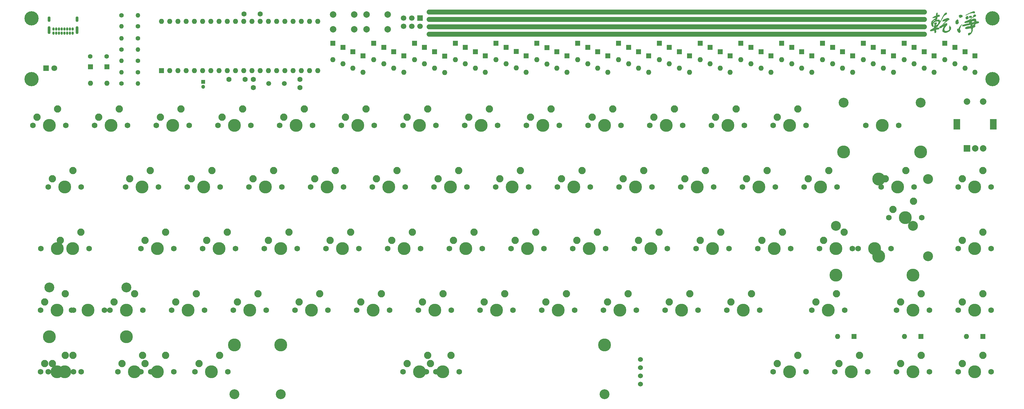
<source format=gbr>
G04 #@! TF.GenerationSoftware,KiCad,Pcbnew,(5.1.7)-1*
G04 #@! TF.CreationDate,2020-12-20T09:08:33-05:00*
G04 #@! TF.ProjectId,Ganjing 65,47616e6a-696e-4672-9036-352e6b696361,rev?*
G04 #@! TF.SameCoordinates,Original*
G04 #@! TF.FileFunction,Soldermask,Top*
G04 #@! TF.FilePolarity,Negative*
%FSLAX46Y46*%
G04 Gerber Fmt 4.6, Leading zero omitted, Abs format (unit mm)*
G04 Created by KiCad (PCBNEW (5.1.7)-1) date 2020-12-20 09:08:33*
%MOMM*%
%LPD*%
G01*
G04 APERTURE LIST*
%ADD10C,1.500000*%
%ADD11C,0.010000*%
%ADD12C,2.250000*%
%ADD13C,3.987800*%
%ADD14C,1.750000*%
%ADD15C,3.048000*%
%ADD16C,2.000000*%
%ADD17O,1.400000X1.400000*%
%ADD18C,1.400000*%
%ADD19O,0.650000X1.000000*%
%ADD20O,0.900000X2.400000*%
%ADD21O,0.900000X1.700000*%
%ADD22R,1.700000X1.700000*%
%ADD23C,1.700000*%
%ADD24C,1.524000*%
%ADD25C,1.500000*%
%ADD26O,1.600000X1.600000*%
%ADD27R,1.600000X1.600000*%
%ADD28C,4.400000*%
%ADD29R,2.000000X2.000000*%
%ADD30R,2.000000X3.200000*%
%ADD31C,1.800000*%
%ADD32R,1.800000X1.800000*%
%ADD33R,1.200000X1.200000*%
%ADD34C,1.200000*%
%ADD35C,1.600000*%
G04 APERTURE END LIST*
D10*
X186300000Y-105200000D02*
X339300000Y-105200000D01*
X186300000Y-102900000D02*
X339300000Y-102900000D01*
X186300000Y-100600000D02*
X339300000Y-100600000D01*
X186300000Y-98300000D02*
X339300000Y-98300000D01*
D11*
G36*
X354846420Y-99094809D02*
G01*
X354891977Y-99096247D01*
X354924303Y-99100062D01*
X354949383Y-99107306D01*
X354973200Y-99119030D01*
X354995146Y-99132206D01*
X355052536Y-99181692D01*
X355094796Y-99246764D01*
X355120030Y-99321569D01*
X355126345Y-99400251D01*
X355111844Y-99476953D01*
X355109135Y-99484396D01*
X355073987Y-99544524D01*
X355018720Y-99600060D01*
X354948386Y-99647586D01*
X354868036Y-99683684D01*
X354783348Y-99704842D01*
X354754412Y-99709742D01*
X354726835Y-99716277D01*
X354696917Y-99725977D01*
X354660962Y-99740369D01*
X354615271Y-99760984D01*
X354556146Y-99789351D01*
X354479889Y-99826999D01*
X354440526Y-99846614D01*
X354134579Y-100011785D01*
X353848124Y-100192289D01*
X353580182Y-100388768D01*
X353451488Y-100494355D01*
X353377699Y-100557535D01*
X353321780Y-100606261D01*
X353282115Y-100642058D01*
X353257086Y-100666448D01*
X353245080Y-100680955D01*
X353244479Y-100687103D01*
X353246551Y-100687558D01*
X353271903Y-100684916D01*
X353317164Y-100676712D01*
X353377920Y-100663976D01*
X353449758Y-100647736D01*
X353528265Y-100629021D01*
X353609027Y-100608860D01*
X353687633Y-100588282D01*
X353759668Y-100568315D01*
X353766469Y-100566354D01*
X353848700Y-100541400D01*
X353944675Y-100510451D01*
X354044693Y-100476742D01*
X354139049Y-100443505D01*
X354178491Y-100429038D01*
X354324708Y-100378149D01*
X354453292Y-100341634D01*
X354567159Y-100319285D01*
X354669224Y-100310892D01*
X354762402Y-100316244D01*
X354849609Y-100335131D01*
X354933761Y-100367345D01*
X354947115Y-100373711D01*
X355023609Y-100421592D01*
X355087169Y-100485450D01*
X355141303Y-100569072D01*
X355156864Y-100599901D01*
X355173322Y-100636233D01*
X355184776Y-100668514D01*
X355192432Y-100703178D01*
X355197496Y-100746658D01*
X355201175Y-100805389D01*
X355203029Y-100846155D01*
X355207983Y-100929049D01*
X355215808Y-100991470D01*
X355228070Y-101038107D01*
X355246338Y-101073653D01*
X355272177Y-101102798D01*
X355295004Y-101121451D01*
X355308729Y-101130436D01*
X355325052Y-101137295D01*
X355347622Y-101142431D01*
X355380091Y-101146247D01*
X355426107Y-101149147D01*
X355489322Y-101151534D01*
X355573385Y-101153811D01*
X355592110Y-101154266D01*
X355853688Y-101160566D01*
X355915659Y-101198425D01*
X355972512Y-101245575D01*
X356014042Y-101305232D01*
X356039440Y-101372455D01*
X356047897Y-101442298D01*
X356038601Y-101509819D01*
X356010744Y-101570074D01*
X355981976Y-101603298D01*
X355930421Y-101639687D01*
X355860666Y-101673564D01*
X355779706Y-101701831D01*
X355731945Y-101714086D01*
X355550510Y-101759868D01*
X355390149Y-101812009D01*
X355247245Y-101871828D01*
X355129978Y-101933666D01*
X355057162Y-101981844D01*
X354985140Y-102039365D01*
X354919725Y-102100865D01*
X354866729Y-102160982D01*
X354837966Y-102203088D01*
X354803182Y-102263993D01*
X354850778Y-102361138D01*
X354892652Y-102454392D01*
X354918341Y-102532614D01*
X354928066Y-102599898D01*
X354922047Y-102660340D01*
X354900505Y-102718034D01*
X354872491Y-102764601D01*
X354826546Y-102817235D01*
X354760938Y-102872747D01*
X354680485Y-102928029D01*
X354589999Y-102979969D01*
X354494297Y-103025458D01*
X354429142Y-103050960D01*
X354354485Y-103088614D01*
X354291534Y-103144898D01*
X354239770Y-103220781D01*
X354198674Y-103317231D01*
X354167727Y-103435218D01*
X354146411Y-103575710D01*
X354145986Y-103579613D01*
X354115684Y-103806074D01*
X354074971Y-104022424D01*
X354024751Y-104224910D01*
X353965925Y-104409777D01*
X353916489Y-104535095D01*
X353864227Y-104645350D01*
X353807594Y-104742352D01*
X353741616Y-104833289D01*
X353661319Y-104925349D01*
X353609434Y-104978882D01*
X353485852Y-105096440D01*
X353369897Y-105193194D01*
X353258630Y-105271213D01*
X353149113Y-105332571D01*
X353044893Y-105376997D01*
X352978379Y-105399433D01*
X352928955Y-105410425D01*
X352891117Y-105409689D01*
X352859361Y-105396937D01*
X352828185Y-105371884D01*
X352821561Y-105365399D01*
X352779735Y-105307597D01*
X352756661Y-105236089D01*
X352752311Y-105150092D01*
X352766660Y-105048818D01*
X352799678Y-104931483D01*
X352805817Y-104913651D01*
X352828014Y-104857583D01*
X352852326Y-104816673D01*
X352884272Y-104785606D01*
X352929374Y-104759069D01*
X352993151Y-104731749D01*
X352995936Y-104730656D01*
X353031676Y-104718542D01*
X353071214Y-104709660D01*
X353120172Y-104703231D01*
X353184170Y-104698474D01*
X353250606Y-104695323D01*
X353323393Y-104692098D01*
X353376677Y-104688563D01*
X353416145Y-104683688D01*
X353447482Y-104676442D01*
X353476374Y-104665796D01*
X353508508Y-104650720D01*
X353515190Y-104647399D01*
X353583473Y-104605112D01*
X353632949Y-104553455D01*
X353668435Y-104486545D01*
X353683550Y-104441747D01*
X353712987Y-104318381D01*
X353734194Y-104182623D01*
X353747059Y-104040120D01*
X353751469Y-103896520D01*
X353747311Y-103757468D01*
X353734474Y-103628613D01*
X353712844Y-103515599D01*
X353702703Y-103479296D01*
X353672137Y-103403351D01*
X353632328Y-103339121D01*
X353586969Y-103291959D01*
X353562481Y-103275991D01*
X353523037Y-103263248D01*
X353468302Y-103258452D01*
X353397044Y-103261791D01*
X353308031Y-103273451D01*
X353200031Y-103293617D01*
X353071813Y-103322477D01*
X352922145Y-103360215D01*
X352815228Y-103388923D01*
X352698436Y-103420639D01*
X352602195Y-103446005D01*
X352522864Y-103465714D01*
X352456800Y-103480460D01*
X352400361Y-103490935D01*
X352349904Y-103497833D01*
X352301787Y-103501847D01*
X352252368Y-103503671D01*
X352210467Y-103504018D01*
X352127061Y-103501977D01*
X352063116Y-103494609D01*
X352013134Y-103480045D01*
X351971616Y-103456417D01*
X351933064Y-103421857D01*
X351917029Y-103404311D01*
X351873572Y-103337572D01*
X351854350Y-103265019D01*
X351859602Y-103188537D01*
X351881469Y-103126042D01*
X351922717Y-103057399D01*
X351979160Y-102995500D01*
X352052752Y-102939092D01*
X352145444Y-102886925D01*
X352259191Y-102837746D01*
X352395946Y-102790302D01*
X352414083Y-102784639D01*
X352465172Y-102769133D01*
X352507833Y-102757381D01*
X352547177Y-102748690D01*
X352588317Y-102742370D01*
X352636365Y-102737727D01*
X352696432Y-102734071D01*
X352773631Y-102730708D01*
X352827828Y-102728637D01*
X352969037Y-102721378D01*
X353087924Y-102710627D01*
X353187211Y-102695693D01*
X353269618Y-102675880D01*
X353337865Y-102650497D01*
X353394674Y-102618849D01*
X353442766Y-102580244D01*
X353454086Y-102569075D01*
X353493023Y-102515338D01*
X353519474Y-102450638D01*
X353532554Y-102381576D01*
X353531372Y-102314755D01*
X353515041Y-102256777D01*
X353503157Y-102237310D01*
X354024656Y-102237310D01*
X354030160Y-102314725D01*
X354046963Y-102382072D01*
X354064506Y-102427345D01*
X354084590Y-102453648D01*
X354109013Y-102464083D01*
X354117075Y-102464584D01*
X354145606Y-102459349D01*
X354163859Y-102438987D01*
X354170665Y-102424318D01*
X354197943Y-102378514D01*
X354243832Y-102324097D01*
X354304667Y-102264234D01*
X354376785Y-102202093D01*
X354456522Y-102140842D01*
X354540212Y-102083649D01*
X354619552Y-102036230D01*
X354648895Y-102017035D01*
X354664523Y-102000776D01*
X354665174Y-101994953D01*
X354649917Y-101982929D01*
X354620136Y-101966657D01*
X354605327Y-101959765D01*
X354572583Y-101947466D01*
X354541308Y-101942550D01*
X354501763Y-101944257D01*
X354465211Y-101948807D01*
X354338336Y-101973168D01*
X354232044Y-102007688D01*
X354146933Y-102051864D01*
X354083600Y-102105195D01*
X354042642Y-102167177D01*
X354024656Y-102237310D01*
X353503157Y-102237310D01*
X353499518Y-102231351D01*
X353475634Y-102209628D01*
X353443443Y-102200868D01*
X353421387Y-102200000D01*
X353395665Y-102202699D01*
X353348165Y-102210396D01*
X353281676Y-102222496D01*
X353198989Y-102238405D01*
X353102896Y-102257524D01*
X352996186Y-102279260D01*
X352881651Y-102303017D01*
X352762080Y-102328197D01*
X352640265Y-102354206D01*
X352518995Y-102380449D01*
X352401063Y-102406328D01*
X352289258Y-102431249D01*
X352186370Y-102454615D01*
X352095192Y-102475831D01*
X352018512Y-102494301D01*
X351959122Y-102509429D01*
X351920231Y-102520487D01*
X351777607Y-102562678D01*
X351637515Y-102598364D01*
X351503019Y-102627086D01*
X351377184Y-102648381D01*
X351263074Y-102661789D01*
X351163754Y-102666849D01*
X351082288Y-102663099D01*
X351033490Y-102653873D01*
X350978266Y-102628115D01*
X350944130Y-102588749D01*
X350931157Y-102536073D01*
X350939421Y-102470384D01*
X350968472Y-102393084D01*
X350988229Y-102353605D01*
X351006579Y-102326892D01*
X351030226Y-102306613D01*
X351065878Y-102286432D01*
X351098104Y-102270638D01*
X351151505Y-102248282D01*
X351219084Y-102224724D01*
X351290271Y-102203489D01*
X351329022Y-102193633D01*
X351387748Y-102179401D01*
X351439802Y-102165929D01*
X351478792Y-102154922D01*
X351496307Y-102149025D01*
X351514571Y-102143177D01*
X351554430Y-102131635D01*
X351613122Y-102115160D01*
X351687882Y-102094513D01*
X351775950Y-102070455D01*
X351874561Y-102043749D01*
X351980953Y-102015154D01*
X352020429Y-102004598D01*
X352150940Y-101969948D01*
X352259655Y-101941593D01*
X352349025Y-101918976D01*
X352421503Y-101901538D01*
X352479540Y-101888722D01*
X352525589Y-101879969D01*
X352562101Y-101874722D01*
X352591529Y-101872423D01*
X352602297Y-101872202D01*
X352705227Y-101865255D01*
X352805822Y-101846106D01*
X352898843Y-101816527D01*
X352979051Y-101778285D01*
X353041207Y-101733150D01*
X353054762Y-101719407D01*
X353087990Y-101666223D01*
X353099898Y-101608565D01*
X353092616Y-101551176D01*
X353068276Y-101498799D01*
X353029010Y-101456178D01*
X352976949Y-101428054D01*
X352919798Y-101419062D01*
X352895260Y-101422337D01*
X352850806Y-101431353D01*
X352790796Y-101445102D01*
X352719590Y-101462577D01*
X352641548Y-101482768D01*
X352623400Y-101487607D01*
X352473311Y-101526451D01*
X352342274Y-101557072D01*
X352225794Y-101580216D01*
X352119373Y-101596628D01*
X352018515Y-101607054D01*
X351918725Y-101612237D01*
X351866131Y-101613107D01*
X351794610Y-101613246D01*
X351744059Y-101612378D01*
X351710256Y-101610004D01*
X351688978Y-101605627D01*
X351676002Y-101598748D01*
X351667693Y-101589681D01*
X351654745Y-101555996D01*
X351649742Y-101507355D01*
X351652420Y-101452627D01*
X351662513Y-101400680D01*
X351674272Y-101369881D01*
X351716803Y-101309774D01*
X351784151Y-101247302D01*
X351876058Y-101182601D01*
X351897830Y-101170087D01*
X353822546Y-101170087D01*
X353824709Y-101204616D01*
X353830343Y-101251635D01*
X353838510Y-101305077D01*
X353848271Y-101358875D01*
X353858688Y-101406962D01*
X353868821Y-101443271D01*
X353870085Y-101446853D01*
X353889640Y-101484340D01*
X353916403Y-101516655D01*
X353944275Y-101537718D01*
X353965518Y-101541968D01*
X353982742Y-101537644D01*
X354021237Y-101528031D01*
X354077822Y-101513923D01*
X354149314Y-101496113D01*
X354232531Y-101475394D01*
X354324291Y-101452558D01*
X354362595Y-101443028D01*
X354738235Y-101349581D01*
X354730460Y-101305470D01*
X354712398Y-101243698D01*
X354682110Y-101180557D01*
X354644808Y-101125465D01*
X354613098Y-101093265D01*
X354564704Y-101058413D01*
X354520221Y-101036176D01*
X354472486Y-101024826D01*
X354414336Y-101022634D01*
X354341130Y-101027630D01*
X354273526Y-101035232D01*
X354202706Y-101045081D01*
X354140540Y-101055467D01*
X354121292Y-101059276D01*
X354067278Y-101072044D01*
X354007687Y-101088311D01*
X353948227Y-101106250D01*
X353894606Y-101124036D01*
X353852532Y-101139843D01*
X353827714Y-101151845D01*
X353824793Y-101154116D01*
X353822546Y-101170087D01*
X351897830Y-101170087D01*
X351992266Y-101115809D01*
X352132519Y-101047063D01*
X352296558Y-100976501D01*
X352484126Y-100904259D01*
X352671815Y-100838266D01*
X352784735Y-100798486D01*
X352880114Y-100760890D01*
X352965026Y-100722291D01*
X353046551Y-100679498D01*
X353120967Y-100635928D01*
X353222298Y-100570260D01*
X353336283Y-100489443D01*
X353458570Y-100396924D01*
X353584807Y-100296146D01*
X353710639Y-100190554D01*
X353831714Y-100083593D01*
X353906357Y-100014438D01*
X353961920Y-99963244D01*
X354018955Y-99913042D01*
X354071338Y-99869082D01*
X354112945Y-99836611D01*
X354118686Y-99832483D01*
X354159305Y-99801804D01*
X354283036Y-99801804D01*
X354284333Y-99824846D01*
X354292491Y-99825781D01*
X354308234Y-99812451D01*
X354326998Y-99791910D01*
X354333433Y-99779000D01*
X354322864Y-99770345D01*
X354308234Y-99768354D01*
X354288906Y-99775239D01*
X354283052Y-99799674D01*
X354283036Y-99801804D01*
X354159305Y-99801804D01*
X354165200Y-99797352D01*
X354216088Y-99755136D01*
X354267656Y-99709371D01*
X354316207Y-99663596D01*
X354358046Y-99621349D01*
X354389477Y-99586167D01*
X354406805Y-99561588D01*
X354409028Y-99554554D01*
X354402248Y-99530923D01*
X354385249Y-99498120D01*
X354377530Y-99486070D01*
X354356512Y-99449494D01*
X354347822Y-99414945D01*
X354350837Y-99374114D01*
X354364936Y-99318694D01*
X354364999Y-99318483D01*
X354398077Y-99249360D01*
X354451855Y-99188510D01*
X354522161Y-99140142D01*
X354557991Y-99123607D01*
X354594234Y-99110773D01*
X354630574Y-99102342D01*
X354673805Y-99097435D01*
X354730718Y-99095174D01*
X354781650Y-99094698D01*
X354846420Y-99094809D01*
G37*
X354846420Y-99094809D02*
X354891977Y-99096247D01*
X354924303Y-99100062D01*
X354949383Y-99107306D01*
X354973200Y-99119030D01*
X354995146Y-99132206D01*
X355052536Y-99181692D01*
X355094796Y-99246764D01*
X355120030Y-99321569D01*
X355126345Y-99400251D01*
X355111844Y-99476953D01*
X355109135Y-99484396D01*
X355073987Y-99544524D01*
X355018720Y-99600060D01*
X354948386Y-99647586D01*
X354868036Y-99683684D01*
X354783348Y-99704842D01*
X354754412Y-99709742D01*
X354726835Y-99716277D01*
X354696917Y-99725977D01*
X354660962Y-99740369D01*
X354615271Y-99760984D01*
X354556146Y-99789351D01*
X354479889Y-99826999D01*
X354440526Y-99846614D01*
X354134579Y-100011785D01*
X353848124Y-100192289D01*
X353580182Y-100388768D01*
X353451488Y-100494355D01*
X353377699Y-100557535D01*
X353321780Y-100606261D01*
X353282115Y-100642058D01*
X353257086Y-100666448D01*
X353245080Y-100680955D01*
X353244479Y-100687103D01*
X353246551Y-100687558D01*
X353271903Y-100684916D01*
X353317164Y-100676712D01*
X353377920Y-100663976D01*
X353449758Y-100647736D01*
X353528265Y-100629021D01*
X353609027Y-100608860D01*
X353687633Y-100588282D01*
X353759668Y-100568315D01*
X353766469Y-100566354D01*
X353848700Y-100541400D01*
X353944675Y-100510451D01*
X354044693Y-100476742D01*
X354139049Y-100443505D01*
X354178491Y-100429038D01*
X354324708Y-100378149D01*
X354453292Y-100341634D01*
X354567159Y-100319285D01*
X354669224Y-100310892D01*
X354762402Y-100316244D01*
X354849609Y-100335131D01*
X354933761Y-100367345D01*
X354947115Y-100373711D01*
X355023609Y-100421592D01*
X355087169Y-100485450D01*
X355141303Y-100569072D01*
X355156864Y-100599901D01*
X355173322Y-100636233D01*
X355184776Y-100668514D01*
X355192432Y-100703178D01*
X355197496Y-100746658D01*
X355201175Y-100805389D01*
X355203029Y-100846155D01*
X355207983Y-100929049D01*
X355215808Y-100991470D01*
X355228070Y-101038107D01*
X355246338Y-101073653D01*
X355272177Y-101102798D01*
X355295004Y-101121451D01*
X355308729Y-101130436D01*
X355325052Y-101137295D01*
X355347622Y-101142431D01*
X355380091Y-101146247D01*
X355426107Y-101149147D01*
X355489322Y-101151534D01*
X355573385Y-101153811D01*
X355592110Y-101154266D01*
X355853688Y-101160566D01*
X355915659Y-101198425D01*
X355972512Y-101245575D01*
X356014042Y-101305232D01*
X356039440Y-101372455D01*
X356047897Y-101442298D01*
X356038601Y-101509819D01*
X356010744Y-101570074D01*
X355981976Y-101603298D01*
X355930421Y-101639687D01*
X355860666Y-101673564D01*
X355779706Y-101701831D01*
X355731945Y-101714086D01*
X355550510Y-101759868D01*
X355390149Y-101812009D01*
X355247245Y-101871828D01*
X355129978Y-101933666D01*
X355057162Y-101981844D01*
X354985140Y-102039365D01*
X354919725Y-102100865D01*
X354866729Y-102160982D01*
X354837966Y-102203088D01*
X354803182Y-102263993D01*
X354850778Y-102361138D01*
X354892652Y-102454392D01*
X354918341Y-102532614D01*
X354928066Y-102599898D01*
X354922047Y-102660340D01*
X354900505Y-102718034D01*
X354872491Y-102764601D01*
X354826546Y-102817235D01*
X354760938Y-102872747D01*
X354680485Y-102928029D01*
X354589999Y-102979969D01*
X354494297Y-103025458D01*
X354429142Y-103050960D01*
X354354485Y-103088614D01*
X354291534Y-103144898D01*
X354239770Y-103220781D01*
X354198674Y-103317231D01*
X354167727Y-103435218D01*
X354146411Y-103575710D01*
X354145986Y-103579613D01*
X354115684Y-103806074D01*
X354074971Y-104022424D01*
X354024751Y-104224910D01*
X353965925Y-104409777D01*
X353916489Y-104535095D01*
X353864227Y-104645350D01*
X353807594Y-104742352D01*
X353741616Y-104833289D01*
X353661319Y-104925349D01*
X353609434Y-104978882D01*
X353485852Y-105096440D01*
X353369897Y-105193194D01*
X353258630Y-105271213D01*
X353149113Y-105332571D01*
X353044893Y-105376997D01*
X352978379Y-105399433D01*
X352928955Y-105410425D01*
X352891117Y-105409689D01*
X352859361Y-105396937D01*
X352828185Y-105371884D01*
X352821561Y-105365399D01*
X352779735Y-105307597D01*
X352756661Y-105236089D01*
X352752311Y-105150092D01*
X352766660Y-105048818D01*
X352799678Y-104931483D01*
X352805817Y-104913651D01*
X352828014Y-104857583D01*
X352852326Y-104816673D01*
X352884272Y-104785606D01*
X352929374Y-104759069D01*
X352993151Y-104731749D01*
X352995936Y-104730656D01*
X353031676Y-104718542D01*
X353071214Y-104709660D01*
X353120172Y-104703231D01*
X353184170Y-104698474D01*
X353250606Y-104695323D01*
X353323393Y-104692098D01*
X353376677Y-104688563D01*
X353416145Y-104683688D01*
X353447482Y-104676442D01*
X353476374Y-104665796D01*
X353508508Y-104650720D01*
X353515190Y-104647399D01*
X353583473Y-104605112D01*
X353632949Y-104553455D01*
X353668435Y-104486545D01*
X353683550Y-104441747D01*
X353712987Y-104318381D01*
X353734194Y-104182623D01*
X353747059Y-104040120D01*
X353751469Y-103896520D01*
X353747311Y-103757468D01*
X353734474Y-103628613D01*
X353712844Y-103515599D01*
X353702703Y-103479296D01*
X353672137Y-103403351D01*
X353632328Y-103339121D01*
X353586969Y-103291959D01*
X353562481Y-103275991D01*
X353523037Y-103263248D01*
X353468302Y-103258452D01*
X353397044Y-103261791D01*
X353308031Y-103273451D01*
X353200031Y-103293617D01*
X353071813Y-103322477D01*
X352922145Y-103360215D01*
X352815228Y-103388923D01*
X352698436Y-103420639D01*
X352602195Y-103446005D01*
X352522864Y-103465714D01*
X352456800Y-103480460D01*
X352400361Y-103490935D01*
X352349904Y-103497833D01*
X352301787Y-103501847D01*
X352252368Y-103503671D01*
X352210467Y-103504018D01*
X352127061Y-103501977D01*
X352063116Y-103494609D01*
X352013134Y-103480045D01*
X351971616Y-103456417D01*
X351933064Y-103421857D01*
X351917029Y-103404311D01*
X351873572Y-103337572D01*
X351854350Y-103265019D01*
X351859602Y-103188537D01*
X351881469Y-103126042D01*
X351922717Y-103057399D01*
X351979160Y-102995500D01*
X352052752Y-102939092D01*
X352145444Y-102886925D01*
X352259191Y-102837746D01*
X352395946Y-102790302D01*
X352414083Y-102784639D01*
X352465172Y-102769133D01*
X352507833Y-102757381D01*
X352547177Y-102748690D01*
X352588317Y-102742370D01*
X352636365Y-102737727D01*
X352696432Y-102734071D01*
X352773631Y-102730708D01*
X352827828Y-102728637D01*
X352969037Y-102721378D01*
X353087924Y-102710627D01*
X353187211Y-102695693D01*
X353269618Y-102675880D01*
X353337865Y-102650497D01*
X353394674Y-102618849D01*
X353442766Y-102580244D01*
X353454086Y-102569075D01*
X353493023Y-102515338D01*
X353519474Y-102450638D01*
X353532554Y-102381576D01*
X353531372Y-102314755D01*
X353515041Y-102256777D01*
X353503157Y-102237310D01*
X354024656Y-102237310D01*
X354030160Y-102314725D01*
X354046963Y-102382072D01*
X354064506Y-102427345D01*
X354084590Y-102453648D01*
X354109013Y-102464083D01*
X354117075Y-102464584D01*
X354145606Y-102459349D01*
X354163859Y-102438987D01*
X354170665Y-102424318D01*
X354197943Y-102378514D01*
X354243832Y-102324097D01*
X354304667Y-102264234D01*
X354376785Y-102202093D01*
X354456522Y-102140842D01*
X354540212Y-102083649D01*
X354619552Y-102036230D01*
X354648895Y-102017035D01*
X354664523Y-102000776D01*
X354665174Y-101994953D01*
X354649917Y-101982929D01*
X354620136Y-101966657D01*
X354605327Y-101959765D01*
X354572583Y-101947466D01*
X354541308Y-101942550D01*
X354501763Y-101944257D01*
X354465211Y-101948807D01*
X354338336Y-101973168D01*
X354232044Y-102007688D01*
X354146933Y-102051864D01*
X354083600Y-102105195D01*
X354042642Y-102167177D01*
X354024656Y-102237310D01*
X353503157Y-102237310D01*
X353499518Y-102231351D01*
X353475634Y-102209628D01*
X353443443Y-102200868D01*
X353421387Y-102200000D01*
X353395665Y-102202699D01*
X353348165Y-102210396D01*
X353281676Y-102222496D01*
X353198989Y-102238405D01*
X353102896Y-102257524D01*
X352996186Y-102279260D01*
X352881651Y-102303017D01*
X352762080Y-102328197D01*
X352640265Y-102354206D01*
X352518995Y-102380449D01*
X352401063Y-102406328D01*
X352289258Y-102431249D01*
X352186370Y-102454615D01*
X352095192Y-102475831D01*
X352018512Y-102494301D01*
X351959122Y-102509429D01*
X351920231Y-102520487D01*
X351777607Y-102562678D01*
X351637515Y-102598364D01*
X351503019Y-102627086D01*
X351377184Y-102648381D01*
X351263074Y-102661789D01*
X351163754Y-102666849D01*
X351082288Y-102663099D01*
X351033490Y-102653873D01*
X350978266Y-102628115D01*
X350944130Y-102588749D01*
X350931157Y-102536073D01*
X350939421Y-102470384D01*
X350968472Y-102393084D01*
X350988229Y-102353605D01*
X351006579Y-102326892D01*
X351030226Y-102306613D01*
X351065878Y-102286432D01*
X351098104Y-102270638D01*
X351151505Y-102248282D01*
X351219084Y-102224724D01*
X351290271Y-102203489D01*
X351329022Y-102193633D01*
X351387748Y-102179401D01*
X351439802Y-102165929D01*
X351478792Y-102154922D01*
X351496307Y-102149025D01*
X351514571Y-102143177D01*
X351554430Y-102131635D01*
X351613122Y-102115160D01*
X351687882Y-102094513D01*
X351775950Y-102070455D01*
X351874561Y-102043749D01*
X351980953Y-102015154D01*
X352020429Y-102004598D01*
X352150940Y-101969948D01*
X352259655Y-101941593D01*
X352349025Y-101918976D01*
X352421503Y-101901538D01*
X352479540Y-101888722D01*
X352525589Y-101879969D01*
X352562101Y-101874722D01*
X352591529Y-101872423D01*
X352602297Y-101872202D01*
X352705227Y-101865255D01*
X352805822Y-101846106D01*
X352898843Y-101816527D01*
X352979051Y-101778285D01*
X353041207Y-101733150D01*
X353054762Y-101719407D01*
X353087990Y-101666223D01*
X353099898Y-101608565D01*
X353092616Y-101551176D01*
X353068276Y-101498799D01*
X353029010Y-101456178D01*
X352976949Y-101428054D01*
X352919798Y-101419062D01*
X352895260Y-101422337D01*
X352850806Y-101431353D01*
X352790796Y-101445102D01*
X352719590Y-101462577D01*
X352641548Y-101482768D01*
X352623400Y-101487607D01*
X352473311Y-101526451D01*
X352342274Y-101557072D01*
X352225794Y-101580216D01*
X352119373Y-101596628D01*
X352018515Y-101607054D01*
X351918725Y-101612237D01*
X351866131Y-101613107D01*
X351794610Y-101613246D01*
X351744059Y-101612378D01*
X351710256Y-101610004D01*
X351688978Y-101605627D01*
X351676002Y-101598748D01*
X351667693Y-101589681D01*
X351654745Y-101555996D01*
X351649742Y-101507355D01*
X351652420Y-101452627D01*
X351662513Y-101400680D01*
X351674272Y-101369881D01*
X351716803Y-101309774D01*
X351784151Y-101247302D01*
X351876058Y-101182601D01*
X351897830Y-101170087D01*
X353822546Y-101170087D01*
X353824709Y-101204616D01*
X353830343Y-101251635D01*
X353838510Y-101305077D01*
X353848271Y-101358875D01*
X353858688Y-101406962D01*
X353868821Y-101443271D01*
X353870085Y-101446853D01*
X353889640Y-101484340D01*
X353916403Y-101516655D01*
X353944275Y-101537718D01*
X353965518Y-101541968D01*
X353982742Y-101537644D01*
X354021237Y-101528031D01*
X354077822Y-101513923D01*
X354149314Y-101496113D01*
X354232531Y-101475394D01*
X354324291Y-101452558D01*
X354362595Y-101443028D01*
X354738235Y-101349581D01*
X354730460Y-101305470D01*
X354712398Y-101243698D01*
X354682110Y-101180557D01*
X354644808Y-101125465D01*
X354613098Y-101093265D01*
X354564704Y-101058413D01*
X354520221Y-101036176D01*
X354472486Y-101024826D01*
X354414336Y-101022634D01*
X354341130Y-101027630D01*
X354273526Y-101035232D01*
X354202706Y-101045081D01*
X354140540Y-101055467D01*
X354121292Y-101059276D01*
X354067278Y-101072044D01*
X354007687Y-101088311D01*
X353948227Y-101106250D01*
X353894606Y-101124036D01*
X353852532Y-101139843D01*
X353827714Y-101151845D01*
X353824793Y-101154116D01*
X353822546Y-101170087D01*
X351897830Y-101170087D01*
X351992266Y-101115809D01*
X352132519Y-101047063D01*
X352296558Y-100976501D01*
X352484126Y-100904259D01*
X352671815Y-100838266D01*
X352784735Y-100798486D01*
X352880114Y-100760890D01*
X352965026Y-100722291D01*
X353046551Y-100679498D01*
X353120967Y-100635928D01*
X353222298Y-100570260D01*
X353336283Y-100489443D01*
X353458570Y-100396924D01*
X353584807Y-100296146D01*
X353710639Y-100190554D01*
X353831714Y-100083593D01*
X353906357Y-100014438D01*
X353961920Y-99963244D01*
X354018955Y-99913042D01*
X354071338Y-99869082D01*
X354112945Y-99836611D01*
X354118686Y-99832483D01*
X354159305Y-99801804D01*
X354283036Y-99801804D01*
X354284333Y-99824846D01*
X354292491Y-99825781D01*
X354308234Y-99812451D01*
X354326998Y-99791910D01*
X354333433Y-99779000D01*
X354322864Y-99770345D01*
X354308234Y-99768354D01*
X354288906Y-99775239D01*
X354283052Y-99799674D01*
X354283036Y-99801804D01*
X354159305Y-99801804D01*
X354165200Y-99797352D01*
X354216088Y-99755136D01*
X354267656Y-99709371D01*
X354316207Y-99663596D01*
X354358046Y-99621349D01*
X354389477Y-99586167D01*
X354406805Y-99561588D01*
X354409028Y-99554554D01*
X354402248Y-99530923D01*
X354385249Y-99498120D01*
X354377530Y-99486070D01*
X354356512Y-99449494D01*
X354347822Y-99414945D01*
X354350837Y-99374114D01*
X354364936Y-99318694D01*
X354364999Y-99318483D01*
X354398077Y-99249360D01*
X354451855Y-99188510D01*
X354522161Y-99140142D01*
X354557991Y-99123607D01*
X354594234Y-99110773D01*
X354630574Y-99102342D01*
X354673805Y-99097435D01*
X354730718Y-99095174D01*
X354781650Y-99094698D01*
X354846420Y-99094809D01*
G36*
X346086324Y-98464336D02*
G01*
X346109659Y-98539931D01*
X346125007Y-98608192D01*
X346129644Y-98683887D01*
X346128893Y-98716320D01*
X346119892Y-98799171D01*
X346098169Y-98869823D01*
X346060507Y-98935137D01*
X346003691Y-99001973D01*
X345987153Y-99018701D01*
X345947354Y-99054946D01*
X345902237Y-99091173D01*
X345856417Y-99124280D01*
X345814512Y-99151165D01*
X345781137Y-99168725D01*
X345760909Y-99173858D01*
X345758157Y-99172575D01*
X345758152Y-99158090D01*
X345764452Y-99127133D01*
X345775128Y-99087046D01*
X345788251Y-99045171D01*
X345799974Y-99013446D01*
X345797901Y-99006254D01*
X345780579Y-99014549D01*
X345750610Y-99036028D01*
X345710595Y-99068395D01*
X345663137Y-99109347D01*
X345610837Y-99156587D01*
X345556297Y-99207813D01*
X345502118Y-99260728D01*
X345450903Y-99313030D01*
X345405650Y-99361976D01*
X345299441Y-99485653D01*
X345196364Y-99615225D01*
X345095085Y-99752822D01*
X344994268Y-99900576D01*
X344892578Y-100060617D01*
X344788682Y-100235079D01*
X344681243Y-100426091D01*
X344568926Y-100635786D01*
X344450398Y-100866294D01*
X344397570Y-100971578D01*
X344346744Y-101072817D01*
X344298493Y-101167548D01*
X344254144Y-101253262D01*
X344215027Y-101327450D01*
X344182472Y-101387603D01*
X344157807Y-101431212D01*
X344142362Y-101455767D01*
X344138942Y-101459797D01*
X344106244Y-101476985D01*
X344079433Y-101482072D01*
X344062178Y-101484284D01*
X344049216Y-101493903D01*
X344037326Y-101515819D01*
X344023289Y-101554925D01*
X344015487Y-101579203D01*
X343997224Y-101629826D01*
X343970814Y-101694098D01*
X343939931Y-101763419D01*
X343911146Y-101823425D01*
X343883363Y-101877776D01*
X343858523Y-101922226D01*
X343832989Y-101961689D01*
X343803127Y-102001076D01*
X343765303Y-102045301D01*
X343715881Y-102099276D01*
X343674369Y-102143447D01*
X343601416Y-102222391D01*
X343545270Y-102287804D01*
X343504000Y-102343001D01*
X343475674Y-102391298D01*
X343458360Y-102436009D01*
X343450126Y-102480451D01*
X343449040Y-102527938D01*
X343449120Y-102529993D01*
X343450117Y-102561414D01*
X343448252Y-102585893D01*
X343440636Y-102606415D01*
X343424381Y-102625965D01*
X343396597Y-102647529D01*
X343354395Y-102674091D01*
X343294886Y-102708635D01*
X343253181Y-102732434D01*
X343158927Y-102790839D01*
X343076648Y-102851083D01*
X343009651Y-102910361D01*
X342961246Y-102965872D01*
X342942924Y-102995371D01*
X342929663Y-103032238D01*
X342921335Y-103076605D01*
X342918435Y-103120628D01*
X342921458Y-103156460D01*
X342930900Y-103176256D01*
X342931469Y-103176635D01*
X342947216Y-103175515D01*
X342982480Y-103167299D01*
X343032972Y-103153165D01*
X343094406Y-103134287D01*
X343139750Y-103119505D01*
X343335114Y-103054392D01*
X343432364Y-103076024D01*
X343557791Y-103112554D01*
X343664437Y-103162639D01*
X343726896Y-103204392D01*
X343787755Y-103250804D01*
X343722453Y-103318964D01*
X343755976Y-103376167D01*
X343781290Y-103435225D01*
X343785509Y-103487856D01*
X343768758Y-103531046D01*
X343748763Y-103551120D01*
X343732496Y-103560679D01*
X343710134Y-103568081D01*
X343677591Y-103573933D01*
X343630781Y-103578839D01*
X343565618Y-103583405D01*
X343509378Y-103586591D01*
X343349495Y-103598371D01*
X343212751Y-103615574D01*
X343097589Y-103638631D01*
X343002449Y-103667972D01*
X342925773Y-103704031D01*
X342866000Y-103747238D01*
X342842407Y-103771153D01*
X342801512Y-103817730D01*
X342809604Y-103994753D01*
X342814634Y-104074398D01*
X342822307Y-104159585D01*
X342831570Y-104239991D01*
X342841153Y-104304068D01*
X342864610Y-104436360D01*
X342835980Y-104493624D01*
X342787672Y-104570222D01*
X342725404Y-104638831D01*
X342654438Y-104695149D01*
X342580037Y-104734870D01*
X342520057Y-104752053D01*
X342469473Y-104760141D01*
X342428963Y-104669543D01*
X342397693Y-104593628D01*
X342374210Y-104520871D01*
X342357561Y-104445692D01*
X342346792Y-104362508D01*
X342340951Y-104265742D01*
X342339083Y-104149811D01*
X342339077Y-104143428D01*
X342338640Y-104070452D01*
X342337481Y-104007024D01*
X342335736Y-103957092D01*
X342333540Y-103924604D01*
X342331126Y-103913492D01*
X342316698Y-103916719D01*
X342281497Y-103925761D01*
X342229021Y-103939662D01*
X342162767Y-103957464D01*
X342086233Y-103978211D01*
X342002919Y-104000947D01*
X341916321Y-104024713D01*
X341829937Y-104048554D01*
X341747266Y-104071512D01*
X341671806Y-104092631D01*
X341607054Y-104110953D01*
X341564137Y-104123297D01*
X341430648Y-104156441D01*
X341312394Y-104173986D01*
X341210430Y-104175939D01*
X341125815Y-104162306D01*
X341059604Y-104133095D01*
X341041843Y-104119928D01*
X341013647Y-104086392D01*
X341004051Y-104046453D01*
X341012965Y-103996389D01*
X341037526Y-103938015D01*
X341060777Y-103899150D01*
X341092793Y-103855863D01*
X341129078Y-103813091D01*
X341165142Y-103775770D01*
X341196492Y-103748838D01*
X341218635Y-103737233D01*
X341220343Y-103737104D01*
X341252344Y-103729431D01*
X341301693Y-103707369D01*
X341366126Y-103672352D01*
X341443380Y-103625815D01*
X341531192Y-103569192D01*
X341622387Y-103507252D01*
X341923058Y-103507252D01*
X341934833Y-103510148D01*
X341968479Y-103504223D01*
X342023445Y-103489553D01*
X342099181Y-103466212D01*
X342150331Y-103449426D01*
X342332689Y-103388535D01*
X342336497Y-103323434D01*
X342337269Y-103286857D01*
X342335141Y-103263240D01*
X342332441Y-103258334D01*
X342316047Y-103264878D01*
X342282305Y-103283061D01*
X342234942Y-103310711D01*
X342177688Y-103345656D01*
X342118502Y-103383008D01*
X342066956Y-103415361D01*
X342013915Y-103447570D01*
X341970206Y-103473067D01*
X341967312Y-103474690D01*
X341933701Y-103495458D01*
X341923058Y-103507252D01*
X341622387Y-103507252D01*
X341627298Y-103503917D01*
X341729437Y-103431424D01*
X341835343Y-103353148D01*
X341881170Y-103318304D01*
X341973720Y-103251127D01*
X342068467Y-103189204D01*
X342159213Y-103136315D01*
X342239760Y-103096237D01*
X342258614Y-103088240D01*
X342300158Y-103069902D01*
X342323333Y-103054314D01*
X342333807Y-103036662D01*
X342336457Y-103022101D01*
X342337003Y-103003653D01*
X342330826Y-102990615D01*
X342313176Y-102979559D01*
X342279305Y-102967058D01*
X342245113Y-102956147D01*
X342197307Y-102940423D01*
X342168853Y-102928153D01*
X342154818Y-102916065D01*
X342150269Y-102900884D01*
X342150000Y-102893025D01*
X342152810Y-102857608D01*
X342161886Y-102816326D01*
X342178194Y-102767027D01*
X342202705Y-102707557D01*
X342236385Y-102635763D01*
X342280203Y-102549490D01*
X342335127Y-102446586D01*
X342402126Y-102324897D01*
X342419083Y-102294494D01*
X342538781Y-102080308D01*
X342466011Y-102071833D01*
X342415198Y-102063212D01*
X342365932Y-102050573D01*
X342344066Y-102042846D01*
X342295980Y-102016488D01*
X342254414Y-101982405D01*
X342224915Y-101946147D01*
X342213029Y-101913262D01*
X342212996Y-101911725D01*
X342222368Y-101865601D01*
X342247136Y-101813563D01*
X342282284Y-101764470D01*
X342313765Y-101733850D01*
X342344538Y-101713047D01*
X342387981Y-101688084D01*
X342437762Y-101662080D01*
X342487553Y-101638151D01*
X342531021Y-101619415D01*
X342561836Y-101608989D01*
X342569651Y-101607838D01*
X342586382Y-101601734D01*
X342619153Y-101585312D01*
X342662508Y-101561407D01*
X342691795Y-101544376D01*
X342743951Y-101514438D01*
X342780900Y-101496327D01*
X342808414Y-101487910D01*
X342832265Y-101487053D01*
X342842957Y-101488499D01*
X342917835Y-101511295D01*
X342975370Y-101549877D01*
X343013733Y-101602334D01*
X343031095Y-101666754D01*
X343031945Y-101686017D01*
X343023507Y-101778592D01*
X342996957Y-101857382D01*
X342950437Y-101927854D01*
X342949374Y-101929117D01*
X342908691Y-101980436D01*
X342865796Y-102039986D01*
X342822819Y-102104153D01*
X342781886Y-102169322D01*
X342745126Y-102231881D01*
X342714666Y-102288216D01*
X342692635Y-102334711D01*
X342681159Y-102367755D01*
X342681920Y-102383342D01*
X342697684Y-102383548D01*
X342731831Y-102375252D01*
X342779694Y-102360140D01*
X342836609Y-102339896D01*
X342897910Y-102316206D01*
X342958932Y-102290755D01*
X343015008Y-102265228D01*
X343031945Y-102256918D01*
X343167737Y-102183324D01*
X343283268Y-102109233D01*
X343375549Y-102036709D01*
X343423590Y-101982257D01*
X343470632Y-101907732D01*
X343514978Y-101818251D01*
X343554937Y-101718931D01*
X343588813Y-101614887D01*
X343614914Y-101511237D01*
X343631544Y-101413096D01*
X343637011Y-101325582D01*
X343631600Y-101263285D01*
X343608373Y-101204214D01*
X343565209Y-101154421D01*
X343506632Y-101117135D01*
X343437168Y-101095587D01*
X343391022Y-101091549D01*
X343324221Y-101095169D01*
X343238777Y-101105762D01*
X343139911Y-101122204D01*
X343032842Y-101143368D01*
X342922788Y-101168128D01*
X342814969Y-101195361D01*
X342714605Y-101223938D01*
X342626914Y-101252736D01*
X342603457Y-101261403D01*
X342433890Y-101335885D01*
X342286621Y-101421356D01*
X342161774Y-101517695D01*
X342059476Y-101624781D01*
X341979853Y-101742492D01*
X341923032Y-101870708D01*
X341905155Y-101930936D01*
X341886734Y-102052447D01*
X341893416Y-102173324D01*
X341925106Y-102292883D01*
X341968642Y-102387560D01*
X342012825Y-102468027D01*
X341981413Y-102500953D01*
X341961261Y-102526023D01*
X341958368Y-102545269D01*
X341964394Y-102559078D01*
X341983462Y-102603702D01*
X341996058Y-102654856D01*
X342000287Y-102702308D01*
X341996238Y-102731127D01*
X341972363Y-102765432D01*
X341932672Y-102784990D01*
X341881219Y-102790553D01*
X341822059Y-102782869D01*
X341759245Y-102762688D01*
X341696832Y-102730759D01*
X341638875Y-102687832D01*
X341610352Y-102659790D01*
X341545447Y-102573148D01*
X341488945Y-102466639D01*
X341441644Y-102344417D01*
X341404340Y-102210640D01*
X341377832Y-102069462D01*
X341362917Y-101925038D01*
X341360391Y-101781526D01*
X341371053Y-101643080D01*
X341392736Y-101525620D01*
X341445138Y-101363608D01*
X341521767Y-101204771D01*
X341621726Y-101050352D01*
X341744118Y-100901592D01*
X341888047Y-100759735D01*
X342030308Y-100642731D01*
X342104279Y-100588441D01*
X342188621Y-100529459D01*
X342276773Y-100470148D01*
X342362173Y-100414874D01*
X342438261Y-100367999D01*
X342477580Y-100345237D01*
X342576326Y-100281920D01*
X342650978Y-100215354D01*
X342702558Y-100144313D01*
X342732089Y-100067569D01*
X342738289Y-100032284D01*
X342746133Y-99966054D01*
X342659103Y-99974786D01*
X342619254Y-99980091D01*
X342560289Y-99989645D01*
X342487744Y-100002467D01*
X342407151Y-100017579D01*
X342324047Y-100034000D01*
X342320090Y-100034804D01*
X342177525Y-100061873D01*
X342055600Y-100080899D01*
X341954966Y-100091829D01*
X341876277Y-100094608D01*
X341820184Y-100089183D01*
X341791258Y-100078412D01*
X341768521Y-100058738D01*
X341759425Y-100041732D01*
X341768389Y-100025657D01*
X341792761Y-99997003D01*
X341828762Y-99959527D01*
X341872614Y-99916984D01*
X341920537Y-99873130D01*
X341968753Y-99831721D01*
X341979911Y-99822594D01*
X342070962Y-99754497D01*
X342169596Y-99690451D01*
X342271137Y-99632826D01*
X342370912Y-99583993D01*
X342464246Y-99546321D01*
X342546465Y-99522179D01*
X342585750Y-99515470D01*
X342680253Y-99497520D01*
X342761633Y-99467255D01*
X342824944Y-99426603D01*
X342833507Y-99418843D01*
X342847336Y-99404887D01*
X342856887Y-99390975D01*
X342862952Y-99372411D01*
X342866323Y-99344499D01*
X342867790Y-99302543D01*
X342868146Y-99241846D01*
X342868155Y-99213282D01*
X342874270Y-99051447D01*
X342892286Y-98904372D01*
X342921714Y-98773821D01*
X342962062Y-98661558D01*
X343012841Y-98569347D01*
X343064399Y-98507506D01*
X343112006Y-98475092D01*
X343161080Y-98467039D01*
X343209650Y-98482746D01*
X343255742Y-98521610D01*
X343294503Y-98577729D01*
X343304105Y-98609458D01*
X343310809Y-98661549D01*
X343314661Y-98729341D01*
X343315709Y-98808170D01*
X343314003Y-98893373D01*
X343309588Y-98980288D01*
X343302514Y-99064251D01*
X343292828Y-99140600D01*
X343288455Y-99166741D01*
X343279025Y-99221302D01*
X343272276Y-99265351D01*
X343268919Y-99293879D01*
X343269247Y-99302183D01*
X343280804Y-99294469D01*
X343304602Y-99274714D01*
X343322782Y-99258631D01*
X343409760Y-99196759D01*
X343512803Y-99152936D01*
X343629565Y-99128010D01*
X343700255Y-99122614D01*
X343779803Y-99127054D01*
X343839480Y-99145408D01*
X343878640Y-99176950D01*
X343896638Y-99220958D01*
X343892826Y-99276706D01*
X343877381Y-99321101D01*
X343850189Y-99382573D01*
X343914636Y-99447830D01*
X343979084Y-99513088D01*
X343940354Y-99540666D01*
X343901074Y-99564433D01*
X343844883Y-99592837D01*
X343776469Y-99624044D01*
X343700524Y-99656216D01*
X343621737Y-99687516D01*
X343544798Y-99716108D01*
X343474397Y-99740156D01*
X343415225Y-99757823D01*
X343371971Y-99767272D01*
X343358912Y-99768354D01*
X343325487Y-99774398D01*
X343308340Y-99781374D01*
X343279870Y-99808664D01*
X343253343Y-99856336D01*
X343230222Y-99919580D01*
X343211974Y-99993585D01*
X343200063Y-100073538D01*
X343195953Y-100150408D01*
X343188137Y-100230987D01*
X343166613Y-100322516D01*
X343133716Y-100416514D01*
X343105788Y-100478016D01*
X343057000Y-100557588D01*
X343000396Y-100620382D01*
X342938946Y-100663968D01*
X342875618Y-100685915D01*
X342849189Y-100688096D01*
X342816736Y-100693164D01*
X342777446Y-100709947D01*
X342726115Y-100740813D01*
X342710665Y-100751092D01*
X342668493Y-100779064D01*
X342634568Y-100800659D01*
X342613995Y-100812667D01*
X342610440Y-100814088D01*
X342606480Y-100802764D01*
X342603998Y-100773883D01*
X342603572Y-100752605D01*
X342603572Y-100691123D01*
X342505959Y-100709554D01*
X342352910Y-100749795D01*
X342215813Y-100809386D01*
X342095213Y-100887735D01*
X341991652Y-100984254D01*
X341905675Y-101098355D01*
X341837824Y-101229446D01*
X341788643Y-101376939D01*
X341761690Y-101516493D01*
X341757241Y-101556978D01*
X341756146Y-101585201D01*
X341758360Y-101594693D01*
X341768413Y-101584659D01*
X341787742Y-101558855D01*
X341812193Y-101522834D01*
X341812575Y-101522247D01*
X341900958Y-101402905D01*
X342007337Y-101286440D01*
X342128096Y-101175262D01*
X342259620Y-101071778D01*
X342398295Y-100978399D01*
X342540504Y-100897531D01*
X342682633Y-100831584D01*
X342821066Y-100782965D01*
X342952188Y-100754085D01*
X342968949Y-100751852D01*
X343037566Y-100741153D01*
X343116373Y-100725344D01*
X343191648Y-100707269D01*
X343214633Y-100700929D01*
X343317807Y-100672356D01*
X343401515Y-100652070D01*
X343469853Y-100639425D01*
X343526916Y-100633772D01*
X343576800Y-100634462D01*
X343609767Y-100638394D01*
X343728626Y-100666701D01*
X343827813Y-100710338D01*
X343907916Y-100769649D01*
X343969521Y-100844980D01*
X343974085Y-100852401D01*
X343998788Y-100896455D01*
X344017184Y-100938075D01*
X344030412Y-100982523D01*
X344039612Y-101035064D01*
X344045922Y-101100961D01*
X344050482Y-101185479D01*
X344051479Y-101210057D01*
X344058780Y-101398139D01*
X344168058Y-101172259D01*
X344204758Y-101096211D01*
X344249255Y-101003705D01*
X344298527Y-100901040D01*
X344349554Y-100794518D01*
X344399313Y-100690436D01*
X344430488Y-100625100D01*
X344523627Y-100432484D01*
X344618742Y-100241026D01*
X344713991Y-100054225D01*
X344807534Y-99875582D01*
X344897529Y-99708595D01*
X344982137Y-99556766D01*
X345059516Y-99423594D01*
X345082402Y-99385570D01*
X345113487Y-99333247D01*
X345141187Y-99284489D01*
X345161751Y-99246005D01*
X345169552Y-99229593D01*
X345187323Y-99193473D01*
X345216026Y-99141871D01*
X345252379Y-99080115D01*
X345293100Y-99013529D01*
X345334906Y-98947439D01*
X345374516Y-98887173D01*
X345408648Y-98838054D01*
X345421327Y-98821031D01*
X345519935Y-98705841D01*
X345621801Y-98611713D01*
X345725574Y-98539470D01*
X345829905Y-98489935D01*
X345933444Y-98463933D01*
X346012549Y-98460504D01*
X346086324Y-98464336D01*
G37*
X346086324Y-98464336D02*
X346109659Y-98539931D01*
X346125007Y-98608192D01*
X346129644Y-98683887D01*
X346128893Y-98716320D01*
X346119892Y-98799171D01*
X346098169Y-98869823D01*
X346060507Y-98935137D01*
X346003691Y-99001973D01*
X345987153Y-99018701D01*
X345947354Y-99054946D01*
X345902237Y-99091173D01*
X345856417Y-99124280D01*
X345814512Y-99151165D01*
X345781137Y-99168725D01*
X345760909Y-99173858D01*
X345758157Y-99172575D01*
X345758152Y-99158090D01*
X345764452Y-99127133D01*
X345775128Y-99087046D01*
X345788251Y-99045171D01*
X345799974Y-99013446D01*
X345797901Y-99006254D01*
X345780579Y-99014549D01*
X345750610Y-99036028D01*
X345710595Y-99068395D01*
X345663137Y-99109347D01*
X345610837Y-99156587D01*
X345556297Y-99207813D01*
X345502118Y-99260728D01*
X345450903Y-99313030D01*
X345405650Y-99361976D01*
X345299441Y-99485653D01*
X345196364Y-99615225D01*
X345095085Y-99752822D01*
X344994268Y-99900576D01*
X344892578Y-100060617D01*
X344788682Y-100235079D01*
X344681243Y-100426091D01*
X344568926Y-100635786D01*
X344450398Y-100866294D01*
X344397570Y-100971578D01*
X344346744Y-101072817D01*
X344298493Y-101167548D01*
X344254144Y-101253262D01*
X344215027Y-101327450D01*
X344182472Y-101387603D01*
X344157807Y-101431212D01*
X344142362Y-101455767D01*
X344138942Y-101459797D01*
X344106244Y-101476985D01*
X344079433Y-101482072D01*
X344062178Y-101484284D01*
X344049216Y-101493903D01*
X344037326Y-101515819D01*
X344023289Y-101554925D01*
X344015487Y-101579203D01*
X343997224Y-101629826D01*
X343970814Y-101694098D01*
X343939931Y-101763419D01*
X343911146Y-101823425D01*
X343883363Y-101877776D01*
X343858523Y-101922226D01*
X343832989Y-101961689D01*
X343803127Y-102001076D01*
X343765303Y-102045301D01*
X343715881Y-102099276D01*
X343674369Y-102143447D01*
X343601416Y-102222391D01*
X343545270Y-102287804D01*
X343504000Y-102343001D01*
X343475674Y-102391298D01*
X343458360Y-102436009D01*
X343450126Y-102480451D01*
X343449040Y-102527938D01*
X343449120Y-102529993D01*
X343450117Y-102561414D01*
X343448252Y-102585893D01*
X343440636Y-102606415D01*
X343424381Y-102625965D01*
X343396597Y-102647529D01*
X343354395Y-102674091D01*
X343294886Y-102708635D01*
X343253181Y-102732434D01*
X343158927Y-102790839D01*
X343076648Y-102851083D01*
X343009651Y-102910361D01*
X342961246Y-102965872D01*
X342942924Y-102995371D01*
X342929663Y-103032238D01*
X342921335Y-103076605D01*
X342918435Y-103120628D01*
X342921458Y-103156460D01*
X342930900Y-103176256D01*
X342931469Y-103176635D01*
X342947216Y-103175515D01*
X342982480Y-103167299D01*
X343032972Y-103153165D01*
X343094406Y-103134287D01*
X343139750Y-103119505D01*
X343335114Y-103054392D01*
X343432364Y-103076024D01*
X343557791Y-103112554D01*
X343664437Y-103162639D01*
X343726896Y-103204392D01*
X343787755Y-103250804D01*
X343722453Y-103318964D01*
X343755976Y-103376167D01*
X343781290Y-103435225D01*
X343785509Y-103487856D01*
X343768758Y-103531046D01*
X343748763Y-103551120D01*
X343732496Y-103560679D01*
X343710134Y-103568081D01*
X343677591Y-103573933D01*
X343630781Y-103578839D01*
X343565618Y-103583405D01*
X343509378Y-103586591D01*
X343349495Y-103598371D01*
X343212751Y-103615574D01*
X343097589Y-103638631D01*
X343002449Y-103667972D01*
X342925773Y-103704031D01*
X342866000Y-103747238D01*
X342842407Y-103771153D01*
X342801512Y-103817730D01*
X342809604Y-103994753D01*
X342814634Y-104074398D01*
X342822307Y-104159585D01*
X342831570Y-104239991D01*
X342841153Y-104304068D01*
X342864610Y-104436360D01*
X342835980Y-104493624D01*
X342787672Y-104570222D01*
X342725404Y-104638831D01*
X342654438Y-104695149D01*
X342580037Y-104734870D01*
X342520057Y-104752053D01*
X342469473Y-104760141D01*
X342428963Y-104669543D01*
X342397693Y-104593628D01*
X342374210Y-104520871D01*
X342357561Y-104445692D01*
X342346792Y-104362508D01*
X342340951Y-104265742D01*
X342339083Y-104149811D01*
X342339077Y-104143428D01*
X342338640Y-104070452D01*
X342337481Y-104007024D01*
X342335736Y-103957092D01*
X342333540Y-103924604D01*
X342331126Y-103913492D01*
X342316698Y-103916719D01*
X342281497Y-103925761D01*
X342229021Y-103939662D01*
X342162767Y-103957464D01*
X342086233Y-103978211D01*
X342002919Y-104000947D01*
X341916321Y-104024713D01*
X341829937Y-104048554D01*
X341747266Y-104071512D01*
X341671806Y-104092631D01*
X341607054Y-104110953D01*
X341564137Y-104123297D01*
X341430648Y-104156441D01*
X341312394Y-104173986D01*
X341210430Y-104175939D01*
X341125815Y-104162306D01*
X341059604Y-104133095D01*
X341041843Y-104119928D01*
X341013647Y-104086392D01*
X341004051Y-104046453D01*
X341012965Y-103996389D01*
X341037526Y-103938015D01*
X341060777Y-103899150D01*
X341092793Y-103855863D01*
X341129078Y-103813091D01*
X341165142Y-103775770D01*
X341196492Y-103748838D01*
X341218635Y-103737233D01*
X341220343Y-103737104D01*
X341252344Y-103729431D01*
X341301693Y-103707369D01*
X341366126Y-103672352D01*
X341443380Y-103625815D01*
X341531192Y-103569192D01*
X341622387Y-103507252D01*
X341923058Y-103507252D01*
X341934833Y-103510148D01*
X341968479Y-103504223D01*
X342023445Y-103489553D01*
X342099181Y-103466212D01*
X342150331Y-103449426D01*
X342332689Y-103388535D01*
X342336497Y-103323434D01*
X342337269Y-103286857D01*
X342335141Y-103263240D01*
X342332441Y-103258334D01*
X342316047Y-103264878D01*
X342282305Y-103283061D01*
X342234942Y-103310711D01*
X342177688Y-103345656D01*
X342118502Y-103383008D01*
X342066956Y-103415361D01*
X342013915Y-103447570D01*
X341970206Y-103473067D01*
X341967312Y-103474690D01*
X341933701Y-103495458D01*
X341923058Y-103507252D01*
X341622387Y-103507252D01*
X341627298Y-103503917D01*
X341729437Y-103431424D01*
X341835343Y-103353148D01*
X341881170Y-103318304D01*
X341973720Y-103251127D01*
X342068467Y-103189204D01*
X342159213Y-103136315D01*
X342239760Y-103096237D01*
X342258614Y-103088240D01*
X342300158Y-103069902D01*
X342323333Y-103054314D01*
X342333807Y-103036662D01*
X342336457Y-103022101D01*
X342337003Y-103003653D01*
X342330826Y-102990615D01*
X342313176Y-102979559D01*
X342279305Y-102967058D01*
X342245113Y-102956147D01*
X342197307Y-102940423D01*
X342168853Y-102928153D01*
X342154818Y-102916065D01*
X342150269Y-102900884D01*
X342150000Y-102893025D01*
X342152810Y-102857608D01*
X342161886Y-102816326D01*
X342178194Y-102767027D01*
X342202705Y-102707557D01*
X342236385Y-102635763D01*
X342280203Y-102549490D01*
X342335127Y-102446586D01*
X342402126Y-102324897D01*
X342419083Y-102294494D01*
X342538781Y-102080308D01*
X342466011Y-102071833D01*
X342415198Y-102063212D01*
X342365932Y-102050573D01*
X342344066Y-102042846D01*
X342295980Y-102016488D01*
X342254414Y-101982405D01*
X342224915Y-101946147D01*
X342213029Y-101913262D01*
X342212996Y-101911725D01*
X342222368Y-101865601D01*
X342247136Y-101813563D01*
X342282284Y-101764470D01*
X342313765Y-101733850D01*
X342344538Y-101713047D01*
X342387981Y-101688084D01*
X342437762Y-101662080D01*
X342487553Y-101638151D01*
X342531021Y-101619415D01*
X342561836Y-101608989D01*
X342569651Y-101607838D01*
X342586382Y-101601734D01*
X342619153Y-101585312D01*
X342662508Y-101561407D01*
X342691795Y-101544376D01*
X342743951Y-101514438D01*
X342780900Y-101496327D01*
X342808414Y-101487910D01*
X342832265Y-101487053D01*
X342842957Y-101488499D01*
X342917835Y-101511295D01*
X342975370Y-101549877D01*
X343013733Y-101602334D01*
X343031095Y-101666754D01*
X343031945Y-101686017D01*
X343023507Y-101778592D01*
X342996957Y-101857382D01*
X342950437Y-101927854D01*
X342949374Y-101929117D01*
X342908691Y-101980436D01*
X342865796Y-102039986D01*
X342822819Y-102104153D01*
X342781886Y-102169322D01*
X342745126Y-102231881D01*
X342714666Y-102288216D01*
X342692635Y-102334711D01*
X342681159Y-102367755D01*
X342681920Y-102383342D01*
X342697684Y-102383548D01*
X342731831Y-102375252D01*
X342779694Y-102360140D01*
X342836609Y-102339896D01*
X342897910Y-102316206D01*
X342958932Y-102290755D01*
X343015008Y-102265228D01*
X343031945Y-102256918D01*
X343167737Y-102183324D01*
X343283268Y-102109233D01*
X343375549Y-102036709D01*
X343423590Y-101982257D01*
X343470632Y-101907732D01*
X343514978Y-101818251D01*
X343554937Y-101718931D01*
X343588813Y-101614887D01*
X343614914Y-101511237D01*
X343631544Y-101413096D01*
X343637011Y-101325582D01*
X343631600Y-101263285D01*
X343608373Y-101204214D01*
X343565209Y-101154421D01*
X343506632Y-101117135D01*
X343437168Y-101095587D01*
X343391022Y-101091549D01*
X343324221Y-101095169D01*
X343238777Y-101105762D01*
X343139911Y-101122204D01*
X343032842Y-101143368D01*
X342922788Y-101168128D01*
X342814969Y-101195361D01*
X342714605Y-101223938D01*
X342626914Y-101252736D01*
X342603457Y-101261403D01*
X342433890Y-101335885D01*
X342286621Y-101421356D01*
X342161774Y-101517695D01*
X342059476Y-101624781D01*
X341979853Y-101742492D01*
X341923032Y-101870708D01*
X341905155Y-101930936D01*
X341886734Y-102052447D01*
X341893416Y-102173324D01*
X341925106Y-102292883D01*
X341968642Y-102387560D01*
X342012825Y-102468027D01*
X341981413Y-102500953D01*
X341961261Y-102526023D01*
X341958368Y-102545269D01*
X341964394Y-102559078D01*
X341983462Y-102603702D01*
X341996058Y-102654856D01*
X342000287Y-102702308D01*
X341996238Y-102731127D01*
X341972363Y-102765432D01*
X341932672Y-102784990D01*
X341881219Y-102790553D01*
X341822059Y-102782869D01*
X341759245Y-102762688D01*
X341696832Y-102730759D01*
X341638875Y-102687832D01*
X341610352Y-102659790D01*
X341545447Y-102573148D01*
X341488945Y-102466639D01*
X341441644Y-102344417D01*
X341404340Y-102210640D01*
X341377832Y-102069462D01*
X341362917Y-101925038D01*
X341360391Y-101781526D01*
X341371053Y-101643080D01*
X341392736Y-101525620D01*
X341445138Y-101363608D01*
X341521767Y-101204771D01*
X341621726Y-101050352D01*
X341744118Y-100901592D01*
X341888047Y-100759735D01*
X342030308Y-100642731D01*
X342104279Y-100588441D01*
X342188621Y-100529459D01*
X342276773Y-100470148D01*
X342362173Y-100414874D01*
X342438261Y-100367999D01*
X342477580Y-100345237D01*
X342576326Y-100281920D01*
X342650978Y-100215354D01*
X342702558Y-100144313D01*
X342732089Y-100067569D01*
X342738289Y-100032284D01*
X342746133Y-99966054D01*
X342659103Y-99974786D01*
X342619254Y-99980091D01*
X342560289Y-99989645D01*
X342487744Y-100002467D01*
X342407151Y-100017579D01*
X342324047Y-100034000D01*
X342320090Y-100034804D01*
X342177525Y-100061873D01*
X342055600Y-100080899D01*
X341954966Y-100091829D01*
X341876277Y-100094608D01*
X341820184Y-100089183D01*
X341791258Y-100078412D01*
X341768521Y-100058738D01*
X341759425Y-100041732D01*
X341768389Y-100025657D01*
X341792761Y-99997003D01*
X341828762Y-99959527D01*
X341872614Y-99916984D01*
X341920537Y-99873130D01*
X341968753Y-99831721D01*
X341979911Y-99822594D01*
X342070962Y-99754497D01*
X342169596Y-99690451D01*
X342271137Y-99632826D01*
X342370912Y-99583993D01*
X342464246Y-99546321D01*
X342546465Y-99522179D01*
X342585750Y-99515470D01*
X342680253Y-99497520D01*
X342761633Y-99467255D01*
X342824944Y-99426603D01*
X342833507Y-99418843D01*
X342847336Y-99404887D01*
X342856887Y-99390975D01*
X342862952Y-99372411D01*
X342866323Y-99344499D01*
X342867790Y-99302543D01*
X342868146Y-99241846D01*
X342868155Y-99213282D01*
X342874270Y-99051447D01*
X342892286Y-98904372D01*
X342921714Y-98773821D01*
X342962062Y-98661558D01*
X343012841Y-98569347D01*
X343064399Y-98507506D01*
X343112006Y-98475092D01*
X343161080Y-98467039D01*
X343209650Y-98482746D01*
X343255742Y-98521610D01*
X343294503Y-98577729D01*
X343304105Y-98609458D01*
X343310809Y-98661549D01*
X343314661Y-98729341D01*
X343315709Y-98808170D01*
X343314003Y-98893373D01*
X343309588Y-98980288D01*
X343302514Y-99064251D01*
X343292828Y-99140600D01*
X343288455Y-99166741D01*
X343279025Y-99221302D01*
X343272276Y-99265351D01*
X343268919Y-99293879D01*
X343269247Y-99302183D01*
X343280804Y-99294469D01*
X343304602Y-99274714D01*
X343322782Y-99258631D01*
X343409760Y-99196759D01*
X343512803Y-99152936D01*
X343629565Y-99128010D01*
X343700255Y-99122614D01*
X343779803Y-99127054D01*
X343839480Y-99145408D01*
X343878640Y-99176950D01*
X343896638Y-99220958D01*
X343892826Y-99276706D01*
X343877381Y-99321101D01*
X343850189Y-99382573D01*
X343914636Y-99447830D01*
X343979084Y-99513088D01*
X343940354Y-99540666D01*
X343901074Y-99564433D01*
X343844883Y-99592837D01*
X343776469Y-99624044D01*
X343700524Y-99656216D01*
X343621737Y-99687516D01*
X343544798Y-99716108D01*
X343474397Y-99740156D01*
X343415225Y-99757823D01*
X343371971Y-99767272D01*
X343358912Y-99768354D01*
X343325487Y-99774398D01*
X343308340Y-99781374D01*
X343279870Y-99808664D01*
X343253343Y-99856336D01*
X343230222Y-99919580D01*
X343211974Y-99993585D01*
X343200063Y-100073538D01*
X343195953Y-100150408D01*
X343188137Y-100230987D01*
X343166613Y-100322516D01*
X343133716Y-100416514D01*
X343105788Y-100478016D01*
X343057000Y-100557588D01*
X343000396Y-100620382D01*
X342938946Y-100663968D01*
X342875618Y-100685915D01*
X342849189Y-100688096D01*
X342816736Y-100693164D01*
X342777446Y-100709947D01*
X342726115Y-100740813D01*
X342710665Y-100751092D01*
X342668493Y-100779064D01*
X342634568Y-100800659D01*
X342613995Y-100812667D01*
X342610440Y-100814088D01*
X342606480Y-100802764D01*
X342603998Y-100773883D01*
X342603572Y-100752605D01*
X342603572Y-100691123D01*
X342505959Y-100709554D01*
X342352910Y-100749795D01*
X342215813Y-100809386D01*
X342095213Y-100887735D01*
X341991652Y-100984254D01*
X341905675Y-101098355D01*
X341837824Y-101229446D01*
X341788643Y-101376939D01*
X341761690Y-101516493D01*
X341757241Y-101556978D01*
X341756146Y-101585201D01*
X341758360Y-101594693D01*
X341768413Y-101584659D01*
X341787742Y-101558855D01*
X341812193Y-101522834D01*
X341812575Y-101522247D01*
X341900958Y-101402905D01*
X342007337Y-101286440D01*
X342128096Y-101175262D01*
X342259620Y-101071778D01*
X342398295Y-100978399D01*
X342540504Y-100897531D01*
X342682633Y-100831584D01*
X342821066Y-100782965D01*
X342952188Y-100754085D01*
X342968949Y-100751852D01*
X343037566Y-100741153D01*
X343116373Y-100725344D01*
X343191648Y-100707269D01*
X343214633Y-100700929D01*
X343317807Y-100672356D01*
X343401515Y-100652070D01*
X343469853Y-100639425D01*
X343526916Y-100633772D01*
X343576800Y-100634462D01*
X343609767Y-100638394D01*
X343728626Y-100666701D01*
X343827813Y-100710338D01*
X343907916Y-100769649D01*
X343969521Y-100844980D01*
X343974085Y-100852401D01*
X343998788Y-100896455D01*
X344017184Y-100938075D01*
X344030412Y-100982523D01*
X344039612Y-101035064D01*
X344045922Y-101100961D01*
X344050482Y-101185479D01*
X344051479Y-101210057D01*
X344058780Y-101398139D01*
X344168058Y-101172259D01*
X344204758Y-101096211D01*
X344249255Y-101003705D01*
X344298527Y-100901040D01*
X344349554Y-100794518D01*
X344399313Y-100690436D01*
X344430488Y-100625100D01*
X344523627Y-100432484D01*
X344618742Y-100241026D01*
X344713991Y-100054225D01*
X344807534Y-99875582D01*
X344897529Y-99708595D01*
X344982137Y-99556766D01*
X345059516Y-99423594D01*
X345082402Y-99385570D01*
X345113487Y-99333247D01*
X345141187Y-99284489D01*
X345161751Y-99246005D01*
X345169552Y-99229593D01*
X345187323Y-99193473D01*
X345216026Y-99141871D01*
X345252379Y-99080115D01*
X345293100Y-99013529D01*
X345334906Y-98947439D01*
X345374516Y-98887173D01*
X345408648Y-98838054D01*
X345421327Y-98821031D01*
X345519935Y-98705841D01*
X345621801Y-98611713D01*
X345725574Y-98539470D01*
X345829905Y-98489935D01*
X345933444Y-98463933D01*
X346012549Y-98460504D01*
X346086324Y-98464336D01*
G36*
X350662631Y-102232642D02*
G01*
X350651291Y-102262798D01*
X350630616Y-102298936D01*
X350604096Y-102334449D01*
X350590181Y-102349464D01*
X350547371Y-102391835D01*
X350600416Y-102365213D01*
X350632876Y-102349500D01*
X350654841Y-102339941D01*
X350659389Y-102338592D01*
X350657182Y-102349330D01*
X350645058Y-102379511D01*
X350624455Y-102426080D01*
X350596813Y-102485986D01*
X350563570Y-102556176D01*
X350526164Y-102633595D01*
X350486033Y-102715192D01*
X350444616Y-102797914D01*
X350421925Y-102842560D01*
X350347918Y-102995239D01*
X350290173Y-103132909D01*
X350247726Y-103258951D01*
X350219612Y-103376746D01*
X350204867Y-103489674D01*
X350202524Y-103601115D01*
X350202844Y-103610080D01*
X350205518Y-103659429D01*
X350210442Y-103698276D01*
X350219777Y-103734119D01*
X350235682Y-103774457D01*
X350260319Y-103826787D01*
X350272304Y-103851143D01*
X350324400Y-103962472D01*
X350361617Y-104056159D01*
X350384687Y-104134345D01*
X350394341Y-104199169D01*
X350394710Y-104209574D01*
X350386035Y-104271209D01*
X350360679Y-104342039D01*
X350322319Y-104416409D01*
X350274631Y-104488666D01*
X350221294Y-104553156D01*
X350165986Y-104604226D01*
X350119055Y-104633371D01*
X350055118Y-104651276D01*
X349980738Y-104654744D01*
X349906108Y-104643801D01*
X349871448Y-104632763D01*
X349774375Y-104581384D01*
X349684381Y-104506121D01*
X349601852Y-104407382D01*
X349527175Y-104285576D01*
X349507714Y-104247371D01*
X349464199Y-104149334D01*
X349429653Y-104049358D01*
X349401936Y-103940084D01*
X349378909Y-103814152D01*
X349375791Y-103793800D01*
X349363586Y-103702135D01*
X349357976Y-103630935D01*
X349359041Y-103576322D01*
X349366860Y-103534420D01*
X349381513Y-103501352D01*
X349381807Y-103500868D01*
X349400928Y-103471841D01*
X349416241Y-103462435D01*
X349436819Y-103470827D01*
X349458112Y-103485527D01*
X349495082Y-103508162D01*
X349542753Y-103532539D01*
X349592322Y-103554640D01*
X349634985Y-103570447D01*
X349655277Y-103575509D01*
X349665531Y-103574294D01*
X349677825Y-103566165D01*
X349693876Y-103548765D01*
X349715399Y-103519735D01*
X349744108Y-103476716D01*
X349781719Y-103417351D01*
X349829948Y-103339281D01*
X349845151Y-103314463D01*
X349958618Y-103131693D01*
X350068547Y-102959926D01*
X350173091Y-102801944D01*
X350270404Y-102660529D01*
X350358639Y-102538462D01*
X350371515Y-102521280D01*
X350415174Y-102465530D01*
X350462561Y-102408696D01*
X350510764Y-102353857D01*
X350556867Y-102304095D01*
X350597958Y-102262489D01*
X350631123Y-102232121D01*
X350653447Y-102216070D01*
X350661145Y-102215080D01*
X350662631Y-102232642D01*
G37*
X350662631Y-102232642D02*
X350651291Y-102262798D01*
X350630616Y-102298936D01*
X350604096Y-102334449D01*
X350590181Y-102349464D01*
X350547371Y-102391835D01*
X350600416Y-102365213D01*
X350632876Y-102349500D01*
X350654841Y-102339941D01*
X350659389Y-102338592D01*
X350657182Y-102349330D01*
X350645058Y-102379511D01*
X350624455Y-102426080D01*
X350596813Y-102485986D01*
X350563570Y-102556176D01*
X350526164Y-102633595D01*
X350486033Y-102715192D01*
X350444616Y-102797914D01*
X350421925Y-102842560D01*
X350347918Y-102995239D01*
X350290173Y-103132909D01*
X350247726Y-103258951D01*
X350219612Y-103376746D01*
X350204867Y-103489674D01*
X350202524Y-103601115D01*
X350202844Y-103610080D01*
X350205518Y-103659429D01*
X350210442Y-103698276D01*
X350219777Y-103734119D01*
X350235682Y-103774457D01*
X350260319Y-103826787D01*
X350272304Y-103851143D01*
X350324400Y-103962472D01*
X350361617Y-104056159D01*
X350384687Y-104134345D01*
X350394341Y-104199169D01*
X350394710Y-104209574D01*
X350386035Y-104271209D01*
X350360679Y-104342039D01*
X350322319Y-104416409D01*
X350274631Y-104488666D01*
X350221294Y-104553156D01*
X350165986Y-104604226D01*
X350119055Y-104633371D01*
X350055118Y-104651276D01*
X349980738Y-104654744D01*
X349906108Y-104643801D01*
X349871448Y-104632763D01*
X349774375Y-104581384D01*
X349684381Y-104506121D01*
X349601852Y-104407382D01*
X349527175Y-104285576D01*
X349507714Y-104247371D01*
X349464199Y-104149334D01*
X349429653Y-104049358D01*
X349401936Y-103940084D01*
X349378909Y-103814152D01*
X349375791Y-103793800D01*
X349363586Y-103702135D01*
X349357976Y-103630935D01*
X349359041Y-103576322D01*
X349366860Y-103534420D01*
X349381513Y-103501352D01*
X349381807Y-103500868D01*
X349400928Y-103471841D01*
X349416241Y-103462435D01*
X349436819Y-103470827D01*
X349458112Y-103485527D01*
X349495082Y-103508162D01*
X349542753Y-103532539D01*
X349592322Y-103554640D01*
X349634985Y-103570447D01*
X349655277Y-103575509D01*
X349665531Y-103574294D01*
X349677825Y-103566165D01*
X349693876Y-103548765D01*
X349715399Y-103519735D01*
X349744108Y-103476716D01*
X349781719Y-103417351D01*
X349829948Y-103339281D01*
X349845151Y-103314463D01*
X349958618Y-103131693D01*
X350068547Y-102959926D01*
X350173091Y-102801944D01*
X350270404Y-102660529D01*
X350358639Y-102538462D01*
X350371515Y-102521280D01*
X350415174Y-102465530D01*
X350462561Y-102408696D01*
X350510764Y-102353857D01*
X350556867Y-102304095D01*
X350597958Y-102262489D01*
X350631123Y-102232121D01*
X350653447Y-102216070D01*
X350661145Y-102215080D01*
X350662631Y-102232642D01*
G36*
X346595017Y-100196761D02*
G01*
X346636390Y-100208401D01*
X346729101Y-100247373D01*
X346800885Y-100299620D01*
X346851257Y-100364429D01*
X346879730Y-100441089D01*
X346885817Y-100528888D01*
X346881789Y-100567549D01*
X346878113Y-100588848D01*
X346872279Y-100606334D01*
X346861191Y-100622984D01*
X346841752Y-100641772D01*
X346810867Y-100665673D01*
X346765439Y-100697660D01*
X346702373Y-100740710D01*
X346699610Y-100742588D01*
X346385961Y-100962668D01*
X346092375Y-101183280D01*
X345813958Y-101408437D01*
X345545818Y-101642150D01*
X345283061Y-101888433D01*
X345186409Y-101983364D01*
X345106778Y-102062821D01*
X345043924Y-102126305D01*
X344996485Y-102175332D01*
X344963099Y-102211421D01*
X344942407Y-102236090D01*
X344933045Y-102250856D01*
X344933652Y-102257237D01*
X344940725Y-102257258D01*
X344985593Y-102243030D01*
X345047257Y-102216390D01*
X345121830Y-102179320D01*
X345205423Y-102133801D01*
X345294150Y-102081814D01*
X345337600Y-102055032D01*
X345483646Y-101968553D01*
X345624862Y-101894818D01*
X345758782Y-101834809D01*
X345882942Y-101789507D01*
X345994876Y-101759893D01*
X346092120Y-101746947D01*
X346113097Y-101746429D01*
X346156205Y-101748654D01*
X346185397Y-101758006D01*
X346211762Y-101778503D01*
X346217690Y-101784311D01*
X346251105Y-101833037D01*
X346272233Y-101900751D01*
X346281361Y-101988727D01*
X346280793Y-102062384D01*
X346277339Y-102118598D01*
X346270987Y-102159089D01*
X346259188Y-102193331D01*
X346239390Y-102230796D01*
X346232143Y-102243025D01*
X346193745Y-102297848D01*
X346139565Y-102362463D01*
X346074244Y-102431900D01*
X346002420Y-102501190D01*
X345939906Y-102556104D01*
X345894027Y-102601403D01*
X345840397Y-102665745D01*
X345781491Y-102745140D01*
X345719781Y-102835599D01*
X345657739Y-102933134D01*
X345597840Y-103033755D01*
X345542556Y-103133473D01*
X345494360Y-103228300D01*
X345455725Y-103314247D01*
X345433913Y-103372268D01*
X345405012Y-103478588D01*
X345386565Y-103588786D01*
X345379457Y-103694831D01*
X345384577Y-103788692D01*
X345386479Y-103801369D01*
X345412000Y-103901485D01*
X345453336Y-103984806D01*
X345511527Y-104052071D01*
X345587615Y-104104023D01*
X345682642Y-104141402D01*
X345797649Y-104164951D01*
X345910863Y-104174603D01*
X345981849Y-104176845D01*
X346037333Y-104175998D01*
X346086915Y-104171174D01*
X346140196Y-104161489D01*
X346198587Y-104148043D01*
X346374242Y-104099435D01*
X346527464Y-104044038D01*
X346657757Y-103982094D01*
X346764628Y-103913846D01*
X346847582Y-103839538D01*
X346864168Y-103820477D01*
X346907510Y-103754995D01*
X346943156Y-103676953D01*
X346965733Y-103598723D01*
X346968862Y-103579395D01*
X346969899Y-103513706D01*
X346959517Y-103434932D01*
X346939379Y-103351524D01*
X346911145Y-103271933D01*
X346906168Y-103260520D01*
X346873331Y-103187350D01*
X346898329Y-103118898D01*
X346954093Y-102941868D01*
X346989144Y-102770864D01*
X347004700Y-102599503D01*
X347005673Y-102557095D01*
X347006521Y-102504175D01*
X347007765Y-102462563D01*
X347009216Y-102437378D01*
X347010273Y-102432281D01*
X347016806Y-102444213D01*
X347031833Y-102473901D01*
X347052880Y-102516412D01*
X347069828Y-102551069D01*
X347132750Y-102669594D01*
X347199421Y-102771940D01*
X347275909Y-102867019D01*
X347311309Y-102905752D01*
X347392931Y-102992276D01*
X347388951Y-103292244D01*
X347387566Y-103387594D01*
X347386028Y-103461472D01*
X347383990Y-103517604D01*
X347381107Y-103559716D01*
X347377031Y-103591532D01*
X347371417Y-103616779D01*
X347363916Y-103639183D01*
X347354605Y-103661508D01*
X347291639Y-103780650D01*
X347207667Y-103901513D01*
X347106263Y-104020270D01*
X346991000Y-104133092D01*
X346865453Y-104236154D01*
X346736111Y-104323857D01*
X346535096Y-104434070D01*
X346334472Y-104519498D01*
X346133015Y-104580505D01*
X345929499Y-104617453D01*
X345722699Y-104630704D01*
X345698575Y-104630724D01*
X345618653Y-104629262D01*
X345555463Y-104625252D01*
X345500588Y-104617734D01*
X345445611Y-104605747D01*
X345419494Y-104598884D01*
X345317449Y-104565895D01*
X345216744Y-104523895D01*
X345123392Y-104475951D01*
X345043402Y-104425129D01*
X344985862Y-104377570D01*
X344915008Y-104291707D01*
X344865707Y-104196005D01*
X344839514Y-104093713D01*
X344836645Y-104065927D01*
X344836482Y-103970610D01*
X344847562Y-103858094D01*
X344868974Y-103733251D01*
X344899806Y-103600954D01*
X344939147Y-103466077D01*
X344960934Y-103401429D01*
X344982801Y-103342734D01*
X345010873Y-103272317D01*
X345043132Y-103194755D01*
X345077561Y-103114625D01*
X345112143Y-103036507D01*
X345144863Y-102964976D01*
X345173702Y-102904613D01*
X345196644Y-102859994D01*
X345207823Y-102841019D01*
X345222915Y-102813157D01*
X345240704Y-102772980D01*
X345258944Y-102726702D01*
X345275385Y-102680534D01*
X345287779Y-102640691D01*
X345293878Y-102613385D01*
X345293210Y-102605069D01*
X345275592Y-102604155D01*
X345240406Y-102616454D01*
X345190471Y-102640367D01*
X345128604Y-102674293D01*
X345057624Y-102716633D01*
X344980346Y-102765788D01*
X344899590Y-102820157D01*
X344839282Y-102862782D01*
X344705600Y-102954675D01*
X344573082Y-103036923D01*
X344445220Y-103107675D01*
X344325506Y-103165077D01*
X344217430Y-103207278D01*
X344155637Y-103225539D01*
X344072326Y-103243100D01*
X343998048Y-103252500D01*
X343937059Y-103253513D01*
X343893617Y-103245910D01*
X343881806Y-103240210D01*
X343865043Y-103225080D01*
X343855223Y-103204089D01*
X343852712Y-103174305D01*
X343857876Y-103132794D01*
X343871081Y-103076623D01*
X343892695Y-103002859D01*
X343923084Y-102908568D01*
X343923339Y-102907798D01*
X343949140Y-102830276D01*
X343968898Y-102773118D01*
X343984372Y-102732728D01*
X343997318Y-102705509D01*
X344009495Y-102687866D01*
X344022658Y-102676201D01*
X344038566Y-102666918D01*
X344041875Y-102665214D01*
X344085863Y-102647604D01*
X344134706Y-102634657D01*
X344142669Y-102633284D01*
X344197177Y-102618768D01*
X344265004Y-102591326D01*
X344340070Y-102554116D01*
X344416298Y-102510295D01*
X344487609Y-102463023D01*
X344525271Y-102434505D01*
X344554726Y-102408989D01*
X344599553Y-102367672D01*
X344657490Y-102312750D01*
X344726272Y-102246420D01*
X344803636Y-102170877D01*
X344887316Y-102088319D01*
X344975051Y-102000941D01*
X345054649Y-101920961D01*
X345178335Y-101795279D01*
X345296071Y-101673941D01*
X345406669Y-101558265D01*
X345508938Y-101449571D01*
X345601686Y-101349177D01*
X345683725Y-101258402D01*
X345753863Y-101178565D01*
X345810909Y-101110984D01*
X345853675Y-101056979D01*
X345880968Y-101017868D01*
X345891600Y-100994970D01*
X345891701Y-100993626D01*
X345891031Y-100977474D01*
X345885681Y-100968970D01*
X345871192Y-100968231D01*
X345843108Y-100975377D01*
X345796972Y-100990526D01*
X345779016Y-100996625D01*
X345722053Y-101014594D01*
X345662417Y-101030226D01*
X345596036Y-101044247D01*
X345518837Y-101057389D01*
X345426750Y-101070380D01*
X345315701Y-101083948D01*
X345249405Y-101091441D01*
X345166529Y-101100961D01*
X345085908Y-101110844D01*
X345013332Y-101120334D01*
X344954590Y-101128676D01*
X344917183Y-101134792D01*
X344830646Y-101150944D01*
X344836022Y-101048506D01*
X344841158Y-100987526D01*
X344850727Y-100941315D01*
X344867283Y-100899514D01*
X344877721Y-100879332D01*
X344932914Y-100800055D01*
X345010827Y-100721508D01*
X345109005Y-100645517D01*
X345224993Y-100573907D01*
X345356337Y-100508506D01*
X345403434Y-100488265D01*
X345454624Y-100468187D01*
X345518796Y-100444676D01*
X345591723Y-100419107D01*
X345669180Y-100392854D01*
X345746942Y-100367292D01*
X345820781Y-100343795D01*
X345886472Y-100323738D01*
X345939789Y-100308495D01*
X345976507Y-100299441D01*
X345989893Y-100297520D01*
X346013658Y-100292349D01*
X346051697Y-100278791D01*
X346095736Y-100259799D01*
X346226339Y-100208868D01*
X346351380Y-100181547D01*
X346473420Y-100177592D01*
X346595017Y-100196761D01*
G37*
X346595017Y-100196761D02*
X346636390Y-100208401D01*
X346729101Y-100247373D01*
X346800885Y-100299620D01*
X346851257Y-100364429D01*
X346879730Y-100441089D01*
X346885817Y-100528888D01*
X346881789Y-100567549D01*
X346878113Y-100588848D01*
X346872279Y-100606334D01*
X346861191Y-100622984D01*
X346841752Y-100641772D01*
X346810867Y-100665673D01*
X346765439Y-100697660D01*
X346702373Y-100740710D01*
X346699610Y-100742588D01*
X346385961Y-100962668D01*
X346092375Y-101183280D01*
X345813958Y-101408437D01*
X345545818Y-101642150D01*
X345283061Y-101888433D01*
X345186409Y-101983364D01*
X345106778Y-102062821D01*
X345043924Y-102126305D01*
X344996485Y-102175332D01*
X344963099Y-102211421D01*
X344942407Y-102236090D01*
X344933045Y-102250856D01*
X344933652Y-102257237D01*
X344940725Y-102257258D01*
X344985593Y-102243030D01*
X345047257Y-102216390D01*
X345121830Y-102179320D01*
X345205423Y-102133801D01*
X345294150Y-102081814D01*
X345337600Y-102055032D01*
X345483646Y-101968553D01*
X345624862Y-101894818D01*
X345758782Y-101834809D01*
X345882942Y-101789507D01*
X345994876Y-101759893D01*
X346092120Y-101746947D01*
X346113097Y-101746429D01*
X346156205Y-101748654D01*
X346185397Y-101758006D01*
X346211762Y-101778503D01*
X346217690Y-101784311D01*
X346251105Y-101833037D01*
X346272233Y-101900751D01*
X346281361Y-101988727D01*
X346280793Y-102062384D01*
X346277339Y-102118598D01*
X346270987Y-102159089D01*
X346259188Y-102193331D01*
X346239390Y-102230796D01*
X346232143Y-102243025D01*
X346193745Y-102297848D01*
X346139565Y-102362463D01*
X346074244Y-102431900D01*
X346002420Y-102501190D01*
X345939906Y-102556104D01*
X345894027Y-102601403D01*
X345840397Y-102665745D01*
X345781491Y-102745140D01*
X345719781Y-102835599D01*
X345657739Y-102933134D01*
X345597840Y-103033755D01*
X345542556Y-103133473D01*
X345494360Y-103228300D01*
X345455725Y-103314247D01*
X345433913Y-103372268D01*
X345405012Y-103478588D01*
X345386565Y-103588786D01*
X345379457Y-103694831D01*
X345384577Y-103788692D01*
X345386479Y-103801369D01*
X345412000Y-103901485D01*
X345453336Y-103984806D01*
X345511527Y-104052071D01*
X345587615Y-104104023D01*
X345682642Y-104141402D01*
X345797649Y-104164951D01*
X345910863Y-104174603D01*
X345981849Y-104176845D01*
X346037333Y-104175998D01*
X346086915Y-104171174D01*
X346140196Y-104161489D01*
X346198587Y-104148043D01*
X346374242Y-104099435D01*
X346527464Y-104044038D01*
X346657757Y-103982094D01*
X346764628Y-103913846D01*
X346847582Y-103839538D01*
X346864168Y-103820477D01*
X346907510Y-103754995D01*
X346943156Y-103676953D01*
X346965733Y-103598723D01*
X346968862Y-103579395D01*
X346969899Y-103513706D01*
X346959517Y-103434932D01*
X346939379Y-103351524D01*
X346911145Y-103271933D01*
X346906168Y-103260520D01*
X346873331Y-103187350D01*
X346898329Y-103118898D01*
X346954093Y-102941868D01*
X346989144Y-102770864D01*
X347004700Y-102599503D01*
X347005673Y-102557095D01*
X347006521Y-102504175D01*
X347007765Y-102462563D01*
X347009216Y-102437378D01*
X347010273Y-102432281D01*
X347016806Y-102444213D01*
X347031833Y-102473901D01*
X347052880Y-102516412D01*
X347069828Y-102551069D01*
X347132750Y-102669594D01*
X347199421Y-102771940D01*
X347275909Y-102867019D01*
X347311309Y-102905752D01*
X347392931Y-102992276D01*
X347388951Y-103292244D01*
X347387566Y-103387594D01*
X347386028Y-103461472D01*
X347383990Y-103517604D01*
X347381107Y-103559716D01*
X347377031Y-103591532D01*
X347371417Y-103616779D01*
X347363916Y-103639183D01*
X347354605Y-103661508D01*
X347291639Y-103780650D01*
X347207667Y-103901513D01*
X347106263Y-104020270D01*
X346991000Y-104133092D01*
X346865453Y-104236154D01*
X346736111Y-104323857D01*
X346535096Y-104434070D01*
X346334472Y-104519498D01*
X346133015Y-104580505D01*
X345929499Y-104617453D01*
X345722699Y-104630704D01*
X345698575Y-104630724D01*
X345618653Y-104629262D01*
X345555463Y-104625252D01*
X345500588Y-104617734D01*
X345445611Y-104605747D01*
X345419494Y-104598884D01*
X345317449Y-104565895D01*
X345216744Y-104523895D01*
X345123392Y-104475951D01*
X345043402Y-104425129D01*
X344985862Y-104377570D01*
X344915008Y-104291707D01*
X344865707Y-104196005D01*
X344839514Y-104093713D01*
X344836645Y-104065927D01*
X344836482Y-103970610D01*
X344847562Y-103858094D01*
X344868974Y-103733251D01*
X344899806Y-103600954D01*
X344939147Y-103466077D01*
X344960934Y-103401429D01*
X344982801Y-103342734D01*
X345010873Y-103272317D01*
X345043132Y-103194755D01*
X345077561Y-103114625D01*
X345112143Y-103036507D01*
X345144863Y-102964976D01*
X345173702Y-102904613D01*
X345196644Y-102859994D01*
X345207823Y-102841019D01*
X345222915Y-102813157D01*
X345240704Y-102772980D01*
X345258944Y-102726702D01*
X345275385Y-102680534D01*
X345287779Y-102640691D01*
X345293878Y-102613385D01*
X345293210Y-102605069D01*
X345275592Y-102604155D01*
X345240406Y-102616454D01*
X345190471Y-102640367D01*
X345128604Y-102674293D01*
X345057624Y-102716633D01*
X344980346Y-102765788D01*
X344899590Y-102820157D01*
X344839282Y-102862782D01*
X344705600Y-102954675D01*
X344573082Y-103036923D01*
X344445220Y-103107675D01*
X344325506Y-103165077D01*
X344217430Y-103207278D01*
X344155637Y-103225539D01*
X344072326Y-103243100D01*
X343998048Y-103252500D01*
X343937059Y-103253513D01*
X343893617Y-103245910D01*
X343881806Y-103240210D01*
X343865043Y-103225080D01*
X343855223Y-103204089D01*
X343852712Y-103174305D01*
X343857876Y-103132794D01*
X343871081Y-103076623D01*
X343892695Y-103002859D01*
X343923084Y-102908568D01*
X343923339Y-102907798D01*
X343949140Y-102830276D01*
X343968898Y-102773118D01*
X343984372Y-102732728D01*
X343997318Y-102705509D01*
X344009495Y-102687866D01*
X344022658Y-102676201D01*
X344038566Y-102666918D01*
X344041875Y-102665214D01*
X344085863Y-102647604D01*
X344134706Y-102634657D01*
X344142669Y-102633284D01*
X344197177Y-102618768D01*
X344265004Y-102591326D01*
X344340070Y-102554116D01*
X344416298Y-102510295D01*
X344487609Y-102463023D01*
X344525271Y-102434505D01*
X344554726Y-102408989D01*
X344599553Y-102367672D01*
X344657490Y-102312750D01*
X344726272Y-102246420D01*
X344803636Y-102170877D01*
X344887316Y-102088319D01*
X344975051Y-102000941D01*
X345054649Y-101920961D01*
X345178335Y-101795279D01*
X345296071Y-101673941D01*
X345406669Y-101558265D01*
X345508938Y-101449571D01*
X345601686Y-101349177D01*
X345683725Y-101258402D01*
X345753863Y-101178565D01*
X345810909Y-101110984D01*
X345853675Y-101056979D01*
X345880968Y-101017868D01*
X345891600Y-100994970D01*
X345891701Y-100993626D01*
X345891031Y-100977474D01*
X345885681Y-100968970D01*
X345871192Y-100968231D01*
X345843108Y-100975377D01*
X345796972Y-100990526D01*
X345779016Y-100996625D01*
X345722053Y-101014594D01*
X345662417Y-101030226D01*
X345596036Y-101044247D01*
X345518837Y-101057389D01*
X345426750Y-101070380D01*
X345315701Y-101083948D01*
X345249405Y-101091441D01*
X345166529Y-101100961D01*
X345085908Y-101110844D01*
X345013332Y-101120334D01*
X344954590Y-101128676D01*
X344917183Y-101134792D01*
X344830646Y-101150944D01*
X344836022Y-101048506D01*
X344841158Y-100987526D01*
X344850727Y-100941315D01*
X344867283Y-100899514D01*
X344877721Y-100879332D01*
X344932914Y-100800055D01*
X345010827Y-100721508D01*
X345109005Y-100645517D01*
X345224993Y-100573907D01*
X345356337Y-100508506D01*
X345403434Y-100488265D01*
X345454624Y-100468187D01*
X345518796Y-100444676D01*
X345591723Y-100419107D01*
X345669180Y-100392854D01*
X345746942Y-100367292D01*
X345820781Y-100343795D01*
X345886472Y-100323738D01*
X345939789Y-100308495D01*
X345976507Y-100299441D01*
X345989893Y-100297520D01*
X346013658Y-100292349D01*
X346051697Y-100278791D01*
X346095736Y-100259799D01*
X346226339Y-100208868D01*
X346351380Y-100181547D01*
X346473420Y-100177592D01*
X346595017Y-100196761D01*
G36*
X350914926Y-102043834D02*
G01*
X350901512Y-102071722D01*
X350880097Y-102107839D01*
X350854245Y-102146222D01*
X350827520Y-102180908D01*
X350824672Y-102184251D01*
X350792086Y-102219991D01*
X350773411Y-102236224D01*
X350768413Y-102234295D01*
X350776857Y-102215552D01*
X350798508Y-102181340D01*
X350833130Y-102133004D01*
X350833767Y-102132151D01*
X350866580Y-102089062D01*
X350893534Y-102055174D01*
X350911356Y-102034513D01*
X350916777Y-102030137D01*
X350914926Y-102043834D01*
G37*
X350914926Y-102043834D02*
X350901512Y-102071722D01*
X350880097Y-102107839D01*
X350854245Y-102146222D01*
X350827520Y-102180908D01*
X350824672Y-102184251D01*
X350792086Y-102219991D01*
X350773411Y-102236224D01*
X350768413Y-102234295D01*
X350776857Y-102215552D01*
X350798508Y-102181340D01*
X350833130Y-102133004D01*
X350833767Y-102132151D01*
X350866580Y-102089062D01*
X350893534Y-102055174D01*
X350911356Y-102034513D01*
X350916777Y-102030137D01*
X350914926Y-102043834D01*
G36*
X350786552Y-102075305D02*
G01*
X350787487Y-102083463D01*
X350774157Y-102099207D01*
X350753616Y-102117971D01*
X350740706Y-102124405D01*
X350732051Y-102113836D01*
X350730060Y-102099207D01*
X350736945Y-102079878D01*
X350761381Y-102074024D01*
X350763511Y-102074008D01*
X350786552Y-102075305D01*
G37*
X350786552Y-102075305D02*
X350787487Y-102083463D01*
X350774157Y-102099207D01*
X350753616Y-102117971D01*
X350740706Y-102124405D01*
X350732051Y-102113836D01*
X350730060Y-102099207D01*
X350736945Y-102079878D01*
X350761381Y-102074024D01*
X350763511Y-102074008D01*
X350786552Y-102075305D01*
G36*
X349501819Y-100632208D02*
G01*
X349561818Y-100654546D01*
X349610305Y-100693636D01*
X349648289Y-100751000D01*
X349676778Y-100828158D01*
X349696781Y-100926632D01*
X349709271Y-101047422D01*
X349714564Y-101112417D01*
X349720856Y-101171116D01*
X349727392Y-101217421D01*
X349733418Y-101245234D01*
X349733932Y-101246680D01*
X349744062Y-101284562D01*
X349747322Y-101314202D01*
X349751550Y-101341756D01*
X349762683Y-101384011D01*
X349778390Y-101432224D01*
X349779828Y-101436224D01*
X349798589Y-101495254D01*
X349805533Y-101543173D01*
X349800110Y-101588974D01*
X349781770Y-101641654D01*
X349764989Y-101678922D01*
X349708458Y-101770855D01*
X349633277Y-101850593D01*
X349543712Y-101915712D01*
X349444029Y-101963787D01*
X349338495Y-101992395D01*
X349231377Y-101999110D01*
X349205022Y-101997102D01*
X349104212Y-101975144D01*
X349017640Y-101932592D01*
X348946443Y-101870374D01*
X348891754Y-101789418D01*
X348862150Y-101716632D01*
X348850020Y-101674054D01*
X348841984Y-101633427D01*
X348837343Y-101587943D01*
X348835397Y-101530794D01*
X348835432Y-101456647D01*
X348841466Y-101322257D01*
X348858166Y-101206674D01*
X348887413Y-101105090D01*
X348931086Y-101012695D01*
X348991068Y-100924680D01*
X349069238Y-100836235D01*
X349083789Y-100821492D01*
X349167566Y-100743599D01*
X349242960Y-100686670D01*
X349312794Y-100649098D01*
X349379893Y-100629280D01*
X349429300Y-100625100D01*
X349501819Y-100632208D01*
G37*
X349501819Y-100632208D02*
X349561818Y-100654546D01*
X349610305Y-100693636D01*
X349648289Y-100751000D01*
X349676778Y-100828158D01*
X349696781Y-100926632D01*
X349709271Y-101047422D01*
X349714564Y-101112417D01*
X349720856Y-101171116D01*
X349727392Y-101217421D01*
X349733418Y-101245234D01*
X349733932Y-101246680D01*
X349744062Y-101284562D01*
X349747322Y-101314202D01*
X349751550Y-101341756D01*
X349762683Y-101384011D01*
X349778390Y-101432224D01*
X349779828Y-101436224D01*
X349798589Y-101495254D01*
X349805533Y-101543173D01*
X349800110Y-101588974D01*
X349781770Y-101641654D01*
X349764989Y-101678922D01*
X349708458Y-101770855D01*
X349633277Y-101850593D01*
X349543712Y-101915712D01*
X349444029Y-101963787D01*
X349338495Y-101992395D01*
X349231377Y-101999110D01*
X349205022Y-101997102D01*
X349104212Y-101975144D01*
X349017640Y-101932592D01*
X348946443Y-101870374D01*
X348891754Y-101789418D01*
X348862150Y-101716632D01*
X348850020Y-101674054D01*
X348841984Y-101633427D01*
X348837343Y-101587943D01*
X348835397Y-101530794D01*
X348835432Y-101456647D01*
X348841466Y-101322257D01*
X348858166Y-101206674D01*
X348887413Y-101105090D01*
X348931086Y-101012695D01*
X348991068Y-100924680D01*
X349069238Y-100836235D01*
X349083789Y-100821492D01*
X349167566Y-100743599D01*
X349242960Y-100686670D01*
X349312794Y-100649098D01*
X349379893Y-100629280D01*
X349429300Y-100625100D01*
X349501819Y-100632208D01*
G36*
X352577349Y-99526367D02*
G01*
X352608332Y-99540882D01*
X352639729Y-99569054D01*
X352646432Y-99576145D01*
X352681732Y-99621980D01*
X352706223Y-99674912D01*
X352722645Y-99741926D01*
X352729223Y-99787252D01*
X352737290Y-99832053D01*
X352748778Y-99871911D01*
X352753995Y-99884271D01*
X352766796Y-99919989D01*
X352771131Y-99948874D01*
X352778477Y-99979158D01*
X352789972Y-99995091D01*
X352805902Y-100017099D01*
X352820766Y-100051056D01*
X352822834Y-100057527D01*
X352829518Y-100087305D01*
X352827804Y-100113956D01*
X352816135Y-100147216D01*
X352804346Y-100173044D01*
X352746744Y-100268600D01*
X352672122Y-100346693D01*
X352579275Y-100408326D01*
X352466999Y-100454502D01*
X352465524Y-100454968D01*
X352384158Y-100478027D01*
X352319461Y-100490021D01*
X352265825Y-100491653D01*
X352224191Y-100485290D01*
X352150881Y-100457291D01*
X352091354Y-100411182D01*
X352044885Y-100345862D01*
X352010750Y-100260229D01*
X351988224Y-100153182D01*
X351983959Y-100119751D01*
X351984576Y-100031476D01*
X352003160Y-99936279D01*
X352037042Y-99841694D01*
X352083551Y-99755261D01*
X352137025Y-99687541D01*
X352211032Y-99624690D01*
X352295682Y-99574122D01*
X352384881Y-99538410D01*
X352472534Y-99520126D01*
X352535012Y-99519530D01*
X352577349Y-99526367D01*
G37*
X352577349Y-99526367D02*
X352608332Y-99540882D01*
X352639729Y-99569054D01*
X352646432Y-99576145D01*
X352681732Y-99621980D01*
X352706223Y-99674912D01*
X352722645Y-99741926D01*
X352729223Y-99787252D01*
X352737290Y-99832053D01*
X352748778Y-99871911D01*
X352753995Y-99884271D01*
X352766796Y-99919989D01*
X352771131Y-99948874D01*
X352778477Y-99979158D01*
X352789972Y-99995091D01*
X352805902Y-100017099D01*
X352820766Y-100051056D01*
X352822834Y-100057527D01*
X352829518Y-100087305D01*
X352827804Y-100113956D01*
X352816135Y-100147216D01*
X352804346Y-100173044D01*
X352746744Y-100268600D01*
X352672122Y-100346693D01*
X352579275Y-100408326D01*
X352466999Y-100454502D01*
X352465524Y-100454968D01*
X352384158Y-100478027D01*
X352319461Y-100490021D01*
X352265825Y-100491653D01*
X352224191Y-100485290D01*
X352150881Y-100457291D01*
X352091354Y-100411182D01*
X352044885Y-100345862D01*
X352010750Y-100260229D01*
X351988224Y-100153182D01*
X351983959Y-100119751D01*
X351984576Y-100031476D01*
X352003160Y-99936279D01*
X352037042Y-99841694D01*
X352083551Y-99755261D01*
X352137025Y-99687541D01*
X352211032Y-99624690D01*
X352295682Y-99574122D01*
X352384881Y-99538410D01*
X352472534Y-99520126D01*
X352535012Y-99519530D01*
X352577349Y-99526367D01*
G36*
X350426328Y-99117435D02*
G01*
X350527118Y-99136547D01*
X350587325Y-99154815D01*
X350658381Y-99181041D01*
X350733124Y-99212112D01*
X350804389Y-99244911D01*
X350865013Y-99276325D01*
X350903988Y-99300431D01*
X350935888Y-99336045D01*
X350962524Y-99389872D01*
X350982611Y-99455245D01*
X350994865Y-99525494D01*
X350998002Y-99593951D01*
X350990738Y-99653947D01*
X350978569Y-99687738D01*
X350947618Y-99730799D01*
X350902452Y-99774943D01*
X350852239Y-99811857D01*
X350826236Y-99825865D01*
X350801556Y-99835025D01*
X350757321Y-99849443D01*
X350698264Y-99867656D01*
X350629116Y-99888200D01*
X350563051Y-99907224D01*
X350478497Y-99932352D01*
X350401857Y-99957313D01*
X350337860Y-99980444D01*
X350291235Y-100000084D01*
X350275864Y-100008107D01*
X350235959Y-100028756D01*
X350200325Y-100042350D01*
X350183152Y-100045536D01*
X350164412Y-100041970D01*
X350153729Y-100026945D01*
X350146870Y-99993967D01*
X350146145Y-99988799D01*
X350134726Y-99936911D01*
X350113376Y-99885693D01*
X350079274Y-99829984D01*
X350029601Y-99764623D01*
X350011905Y-99743155D01*
X349954133Y-99669693D01*
X349914830Y-99609150D01*
X349892572Y-99558983D01*
X349885913Y-99518564D01*
X349893347Y-99480465D01*
X349913293Y-99429503D01*
X349942221Y-99372245D01*
X349976601Y-99315261D01*
X350012899Y-99265116D01*
X350036298Y-99238853D01*
X350117180Y-99174761D01*
X350209046Y-99133182D01*
X350312045Y-99114083D01*
X350426328Y-99117435D01*
G37*
X350426328Y-99117435D02*
X350527118Y-99136547D01*
X350587325Y-99154815D01*
X350658381Y-99181041D01*
X350733124Y-99212112D01*
X350804389Y-99244911D01*
X350865013Y-99276325D01*
X350903988Y-99300431D01*
X350935888Y-99336045D01*
X350962524Y-99389872D01*
X350982611Y-99455245D01*
X350994865Y-99525494D01*
X350998002Y-99593951D01*
X350990738Y-99653947D01*
X350978569Y-99687738D01*
X350947618Y-99730799D01*
X350902452Y-99774943D01*
X350852239Y-99811857D01*
X350826236Y-99825865D01*
X350801556Y-99835025D01*
X350757321Y-99849443D01*
X350698264Y-99867656D01*
X350629116Y-99888200D01*
X350563051Y-99907224D01*
X350478497Y-99932352D01*
X350401857Y-99957313D01*
X350337860Y-99980444D01*
X350291235Y-100000084D01*
X350275864Y-100008107D01*
X350235959Y-100028756D01*
X350200325Y-100042350D01*
X350183152Y-100045536D01*
X350164412Y-100041970D01*
X350153729Y-100026945D01*
X350146870Y-99993967D01*
X350146145Y-99988799D01*
X350134726Y-99936911D01*
X350113376Y-99885693D01*
X350079274Y-99829984D01*
X350029601Y-99764623D01*
X350011905Y-99743155D01*
X349954133Y-99669693D01*
X349914830Y-99609150D01*
X349892572Y-99558983D01*
X349885913Y-99518564D01*
X349893347Y-99480465D01*
X349913293Y-99429503D01*
X349942221Y-99372245D01*
X349976601Y-99315261D01*
X350012899Y-99265116D01*
X350036298Y-99238853D01*
X350117180Y-99174761D01*
X350209046Y-99133182D01*
X350312045Y-99114083D01*
X350426328Y-99117435D01*
G36*
X353658199Y-99463966D02*
G01*
X353737384Y-99496572D01*
X353800843Y-99547790D01*
X353847736Y-99617376D01*
X353854259Y-99631616D01*
X353873484Y-99706121D01*
X353869777Y-99781503D01*
X353844925Y-99853739D01*
X353800714Y-99918809D01*
X353738930Y-99972690D01*
X353690873Y-99999499D01*
X353643802Y-100013801D01*
X353579513Y-100023724D01*
X353505664Y-100028919D01*
X353429912Y-100029039D01*
X353359913Y-100023736D01*
X353317697Y-100016440D01*
X353277388Y-100005160D01*
X353245930Y-99992981D01*
X353235802Y-99987005D01*
X353213449Y-99973165D01*
X353179237Y-99956494D01*
X353168684Y-99951968D01*
X353124564Y-99929922D01*
X353082006Y-99903076D01*
X353077340Y-99899614D01*
X353048956Y-99873092D01*
X353037302Y-99844768D01*
X353035715Y-99820122D01*
X353044725Y-99768048D01*
X353069178Y-99707063D01*
X353105208Y-99644444D01*
X353148949Y-99587471D01*
X353171702Y-99564121D01*
X353208568Y-99532827D01*
X353245226Y-99510696D01*
X353290906Y-99492978D01*
X353334663Y-99480260D01*
X353456000Y-99455566D01*
X353564125Y-99450216D01*
X353658199Y-99463966D01*
G37*
X353658199Y-99463966D02*
X353737384Y-99496572D01*
X353800843Y-99547790D01*
X353847736Y-99617376D01*
X353854259Y-99631616D01*
X353873484Y-99706121D01*
X353869777Y-99781503D01*
X353844925Y-99853739D01*
X353800714Y-99918809D01*
X353738930Y-99972690D01*
X353690873Y-99999499D01*
X353643802Y-100013801D01*
X353579513Y-100023724D01*
X353505664Y-100028919D01*
X353429912Y-100029039D01*
X353359913Y-100023736D01*
X353317697Y-100016440D01*
X353277388Y-100005160D01*
X353245930Y-99992981D01*
X353235802Y-99987005D01*
X353213449Y-99973165D01*
X353179237Y-99956494D01*
X353168684Y-99951968D01*
X353124564Y-99929922D01*
X353082006Y-99903076D01*
X353077340Y-99899614D01*
X353048956Y-99873092D01*
X353037302Y-99844768D01*
X353035715Y-99820122D01*
X353044725Y-99768048D01*
X353069178Y-99707063D01*
X353105208Y-99644444D01*
X353148949Y-99587471D01*
X353171702Y-99564121D01*
X353208568Y-99532827D01*
X353245226Y-99510696D01*
X353290906Y-99492978D01*
X353334663Y-99480260D01*
X353456000Y-99455566D01*
X353564125Y-99450216D01*
X353658199Y-99463966D01*
G36*
X354602575Y-98082295D02*
G01*
X354657536Y-98108682D01*
X354698114Y-98139084D01*
X354739262Y-98186936D01*
X354772939Y-98249416D01*
X354794391Y-98316100D01*
X354799603Y-98361728D01*
X354789682Y-98440577D01*
X354762028Y-98513487D01*
X354719809Y-98575653D01*
X354666192Y-98622273D01*
X354611675Y-98646739D01*
X354576174Y-98654107D01*
X354545156Y-98653201D01*
X354507408Y-98643013D01*
X354486140Y-98635464D01*
X354342174Y-98593171D01*
X354190419Y-98569708D01*
X354028644Y-98565024D01*
X353854618Y-98579071D01*
X353666110Y-98611799D01*
X353643147Y-98616815D01*
X353456927Y-98665584D01*
X353257638Y-98731349D01*
X353049233Y-98812523D01*
X352835664Y-98907520D01*
X352620884Y-99014755D01*
X352531746Y-99062796D01*
X352431418Y-99117678D01*
X352337630Y-99168212D01*
X352253447Y-99212790D01*
X352181938Y-99249804D01*
X352126170Y-99277649D01*
X352089211Y-99294716D01*
X352088753Y-99294908D01*
X352058378Y-99306001D01*
X352039574Y-99304763D01*
X352021047Y-99289463D01*
X352015550Y-99283679D01*
X351998273Y-99259857D01*
X351994348Y-99242473D01*
X351994774Y-99241624D01*
X352009779Y-99227586D01*
X352042616Y-99202854D01*
X352089622Y-99169880D01*
X352147130Y-99131113D01*
X352211476Y-99089005D01*
X352278994Y-99046008D01*
X352346019Y-99004571D01*
X352378521Y-98985013D01*
X352465251Y-98935370D01*
X352569842Y-98878744D01*
X352686894Y-98817851D01*
X352811012Y-98755404D01*
X352936797Y-98694119D01*
X353058852Y-98636710D01*
X353171779Y-98585892D01*
X353174306Y-98584788D01*
X353246631Y-98552893D01*
X353334021Y-98513883D01*
X353428689Y-98471259D01*
X353522848Y-98428526D01*
X353596379Y-98394867D01*
X353729893Y-98333599D01*
X353843209Y-98282039D01*
X353938924Y-98239162D01*
X354019638Y-98203942D01*
X354087950Y-98175353D01*
X354146459Y-98152371D01*
X354197765Y-98133968D01*
X354244465Y-98119121D01*
X354289159Y-98106802D01*
X354334446Y-98095987D01*
X354376780Y-98086915D01*
X354467339Y-98072246D01*
X354540890Y-98070428D01*
X354602575Y-98082295D01*
G37*
X354602575Y-98082295D02*
X354657536Y-98108682D01*
X354698114Y-98139084D01*
X354739262Y-98186936D01*
X354772939Y-98249416D01*
X354794391Y-98316100D01*
X354799603Y-98361728D01*
X354789682Y-98440577D01*
X354762028Y-98513487D01*
X354719809Y-98575653D01*
X354666192Y-98622273D01*
X354611675Y-98646739D01*
X354576174Y-98654107D01*
X354545156Y-98653201D01*
X354507408Y-98643013D01*
X354486140Y-98635464D01*
X354342174Y-98593171D01*
X354190419Y-98569708D01*
X354028644Y-98565024D01*
X353854618Y-98579071D01*
X353666110Y-98611799D01*
X353643147Y-98616815D01*
X353456927Y-98665584D01*
X353257638Y-98731349D01*
X353049233Y-98812523D01*
X352835664Y-98907520D01*
X352620884Y-99014755D01*
X352531746Y-99062796D01*
X352431418Y-99117678D01*
X352337630Y-99168212D01*
X352253447Y-99212790D01*
X352181938Y-99249804D01*
X352126170Y-99277649D01*
X352089211Y-99294716D01*
X352088753Y-99294908D01*
X352058378Y-99306001D01*
X352039574Y-99304763D01*
X352021047Y-99289463D01*
X352015550Y-99283679D01*
X351998273Y-99259857D01*
X351994348Y-99242473D01*
X351994774Y-99241624D01*
X352009779Y-99227586D01*
X352042616Y-99202854D01*
X352089622Y-99169880D01*
X352147130Y-99131113D01*
X352211476Y-99089005D01*
X352278994Y-99046008D01*
X352346019Y-99004571D01*
X352378521Y-98985013D01*
X352465251Y-98935370D01*
X352569842Y-98878744D01*
X352686894Y-98817851D01*
X352811012Y-98755404D01*
X352936797Y-98694119D01*
X353058852Y-98636710D01*
X353171779Y-98585892D01*
X353174306Y-98584788D01*
X353246631Y-98552893D01*
X353334021Y-98513883D01*
X353428689Y-98471259D01*
X353522848Y-98428526D01*
X353596379Y-98394867D01*
X353729893Y-98333599D01*
X353843209Y-98282039D01*
X353938924Y-98239162D01*
X354019638Y-98203942D01*
X354087950Y-98175353D01*
X354146459Y-98152371D01*
X354197765Y-98133968D01*
X354244465Y-98119121D01*
X354289159Y-98106802D01*
X354334446Y-98095987D01*
X354376780Y-98086915D01*
X354467339Y-98072246D01*
X354540890Y-98070428D01*
X354602575Y-98082295D01*
D12*
X185896250Y-204470000D03*
D13*
X183356250Y-209550000D03*
D12*
X179546250Y-207010000D03*
D14*
X178276250Y-209550000D03*
X188436250Y-209550000D03*
D15*
X126206250Y-216535000D03*
X240506250Y-216535000D03*
D13*
X126206250Y-201295000D03*
X240506250Y-201295000D03*
D12*
X335915000Y-156845000D03*
D13*
X333375000Y-161925000D03*
D12*
X329565000Y-159385000D03*
D14*
X328295000Y-161925000D03*
X338455000Y-161925000D03*
D15*
X340360000Y-173863000D03*
X340360000Y-149987000D03*
D13*
X325120000Y-173863000D03*
X325120000Y-149987000D03*
D12*
X193040000Y-204470000D03*
D13*
X190500000Y-209550000D03*
D12*
X186690000Y-207010000D03*
D14*
X185420000Y-209550000D03*
X195580000Y-209550000D03*
D15*
X140500100Y-216535000D03*
X240499900Y-216535000D03*
D13*
X140500100Y-201295000D03*
X240499900Y-201295000D03*
D16*
X173500000Y-99100000D03*
X173500000Y-103600000D03*
X167000000Y-99100000D03*
X167000000Y-103600000D03*
X163200000Y-99100000D03*
X163200000Y-103600000D03*
X156700000Y-99100000D03*
X156700000Y-103600000D03*
D17*
X96380000Y-120400000D03*
D18*
X91300000Y-120400000D03*
D17*
X91320000Y-116900000D03*
D18*
X96400000Y-116900000D03*
D17*
X91320000Y-113400000D03*
D18*
X96400000Y-113400000D03*
D17*
X96380000Y-109900000D03*
D18*
X91300000Y-109900000D03*
D17*
X91320000Y-106400000D03*
D18*
X96400000Y-106400000D03*
D17*
X91320000Y-102700000D03*
D18*
X96400000Y-102700000D03*
D17*
X96380000Y-99300000D03*
D18*
X91300000Y-99300000D03*
D19*
X74525000Y-104850000D03*
X76225000Y-104850000D03*
X75375000Y-104850000D03*
X73675000Y-104850000D03*
X72825000Y-104850000D03*
X71975000Y-104850000D03*
X71125000Y-104850000D03*
X70275000Y-104850000D03*
X76225000Y-103525000D03*
X75370000Y-103525000D03*
X74520000Y-103525000D03*
X73670000Y-103525000D03*
X72820000Y-103525000D03*
X71970000Y-103525000D03*
X71120000Y-103525000D03*
X70270000Y-103525000D03*
D20*
X77575000Y-103870000D03*
X68925000Y-103870000D03*
D21*
X77575000Y-100490000D03*
X68925000Y-100490000D03*
D22*
X183540000Y-100130000D03*
D23*
X183540000Y-102670000D03*
X181000000Y-100130000D03*
X181000000Y-102670000D03*
X178460000Y-100130000D03*
X178460000Y-102670000D03*
D24*
X251581250Y-213360000D03*
X251581250Y-210820000D03*
X251581250Y-208280000D03*
X251581250Y-205740000D03*
D25*
X141640000Y-120400000D03*
X136760000Y-120400000D03*
D26*
X156600000Y-113000000D03*
D27*
X156600000Y-107920000D03*
D26*
X169200000Y-113000000D03*
D27*
X169200000Y-107920000D03*
D26*
X181800000Y-113000000D03*
D27*
X181800000Y-107920000D03*
D26*
X194400000Y-113000000D03*
D27*
X194400000Y-107920000D03*
D26*
X207000000Y-113000000D03*
D27*
X207000000Y-107920000D03*
D26*
X219600000Y-113000000D03*
D27*
X219600000Y-107920000D03*
D26*
X232200000Y-113000000D03*
D27*
X232200000Y-107920000D03*
D26*
X244800000Y-113000000D03*
D27*
X244800000Y-107920000D03*
D26*
X257400000Y-113000000D03*
D27*
X257400000Y-107920000D03*
D26*
X270000000Y-113000000D03*
D27*
X270000000Y-107920000D03*
D26*
X282600000Y-113000000D03*
D27*
X282600000Y-107920000D03*
D26*
X295200000Y-113050000D03*
D27*
X295200000Y-107970000D03*
D26*
X307800000Y-113050000D03*
D27*
X307800000Y-107970000D03*
D26*
X320400000Y-113050000D03*
D27*
X320400000Y-107970000D03*
D26*
X336100000Y-114350000D03*
D27*
X336100000Y-109270000D03*
D26*
X159700000Y-114350000D03*
D27*
X159700000Y-109270000D03*
D26*
X172300000Y-114350000D03*
D27*
X172300000Y-109270000D03*
D26*
X184900000Y-114350000D03*
D27*
X184900000Y-109270000D03*
D26*
X197500000Y-114350000D03*
D27*
X197500000Y-109270000D03*
D26*
X210100000Y-114350000D03*
D27*
X210100000Y-109270000D03*
D26*
X222700000Y-114380000D03*
D27*
X222700000Y-109300000D03*
D26*
X235300000Y-114350000D03*
D27*
X235300000Y-109270000D03*
D26*
X247900000Y-114350000D03*
D27*
X247900000Y-109270000D03*
D26*
X260500000Y-114350000D03*
D27*
X260500000Y-109270000D03*
D26*
X273100000Y-114350000D03*
D27*
X273100000Y-109270000D03*
D26*
X285700000Y-114350000D03*
D27*
X285700000Y-109270000D03*
D26*
X298300000Y-114350000D03*
D27*
X298300000Y-109270000D03*
D26*
X310900000Y-114350000D03*
D27*
X310900000Y-109270000D03*
D26*
X323500000Y-114350000D03*
D27*
X323500000Y-109270000D03*
D26*
X339200000Y-115650000D03*
D27*
X339200000Y-110570000D03*
D26*
X162800000Y-115650000D03*
D27*
X162800000Y-110570000D03*
D26*
X175400000Y-115650000D03*
D27*
X175400000Y-110570000D03*
D26*
X188000000Y-115650000D03*
D27*
X188000000Y-110570000D03*
D26*
X200600000Y-115650000D03*
D27*
X200600000Y-110570000D03*
D26*
X213200000Y-115550000D03*
D27*
X213200000Y-110470000D03*
D26*
X225800000Y-115650000D03*
D27*
X225800000Y-110570000D03*
D26*
X238400000Y-115650000D03*
D27*
X238400000Y-110570000D03*
D26*
X251000000Y-115650000D03*
D27*
X251000000Y-110570000D03*
D26*
X263600000Y-115650000D03*
D27*
X263600000Y-110570000D03*
D26*
X276200000Y-115650000D03*
D27*
X276200000Y-110570000D03*
D26*
X288800000Y-115650000D03*
D27*
X288800000Y-110570000D03*
D26*
X301400000Y-115650000D03*
D27*
X301400000Y-110570000D03*
D26*
X314000000Y-115650000D03*
D27*
X314000000Y-110570000D03*
D26*
X326600000Y-115650000D03*
D27*
X326600000Y-110570000D03*
D26*
X165900000Y-116950000D03*
D27*
X165900000Y-111870000D03*
D26*
X191100000Y-116980000D03*
D27*
X191100000Y-111900000D03*
D26*
X203700000Y-116950000D03*
D27*
X203700000Y-111870000D03*
D26*
X216300000Y-116950000D03*
D27*
X216300000Y-111870000D03*
D26*
X228900000Y-116950000D03*
D27*
X228900000Y-111870000D03*
D26*
X241500000Y-116950000D03*
D27*
X241500000Y-111870000D03*
D26*
X254100000Y-116950000D03*
D27*
X254100000Y-111870000D03*
D26*
X266700000Y-116950000D03*
D27*
X266700000Y-111870000D03*
D26*
X279300000Y-116950000D03*
D27*
X279300000Y-111870000D03*
D26*
X291900000Y-116950000D03*
D27*
X291900000Y-111870000D03*
D26*
X304500000Y-116950000D03*
D27*
X304500000Y-111870000D03*
D26*
X317100000Y-116950000D03*
D27*
X317100000Y-111870000D03*
D26*
X329700000Y-116950000D03*
D27*
X329700000Y-111870000D03*
D26*
X342300000Y-116950000D03*
D27*
X342300000Y-111870000D03*
D26*
X333000000Y-113050000D03*
D27*
X333000000Y-107970000D03*
D26*
X345600000Y-113050000D03*
D27*
X345600000Y-107970000D03*
D26*
X348700000Y-114350000D03*
D27*
X348700000Y-109270000D03*
D26*
X351800000Y-115650000D03*
D27*
X351800000Y-110570000D03*
D26*
X354900000Y-116950000D03*
D27*
X354900000Y-111870000D03*
D26*
X312450000Y-198600000D03*
D27*
X317530000Y-198600000D03*
D26*
X333150000Y-198600000D03*
D27*
X338230000Y-198600000D03*
D26*
X352250000Y-198600000D03*
D27*
X357330000Y-198600000D03*
D26*
X178500000Y-116950000D03*
D27*
X178500000Y-111870000D03*
D26*
X86800000Y-120350000D03*
D27*
X86800000Y-115270000D03*
D26*
X81700000Y-120350000D03*
D27*
X81700000Y-115270000D03*
D13*
X323850000Y-171450000D03*
D14*
X318770000Y-171450000D03*
X328930000Y-171450000D03*
D15*
X311943750Y-164465000D03*
X335756250Y-164465000D03*
D13*
X311943750Y-179705000D03*
X335756250Y-179705000D03*
X80962500Y-190500000D03*
D14*
X75882500Y-190500000D03*
X86042500Y-190500000D03*
D15*
X69056250Y-183515000D03*
X92868750Y-183515000D03*
D13*
X69056250Y-198755000D03*
X92868750Y-198755000D03*
D12*
X73977500Y-185420000D03*
D13*
X71437500Y-190500000D03*
D12*
X67627500Y-187960000D03*
D14*
X66357500Y-190500000D03*
X76517500Y-190500000D03*
D12*
X121602500Y-204470000D03*
D13*
X119062500Y-209550000D03*
D12*
X115252500Y-207010000D03*
D14*
X113982500Y-209550000D03*
X124142500Y-209550000D03*
D12*
X97790000Y-204470000D03*
D13*
X95250000Y-209550000D03*
D12*
X91440000Y-207010000D03*
D14*
X90170000Y-209550000D03*
X100330000Y-209550000D03*
D12*
X73977500Y-204470000D03*
D13*
X71437500Y-209550000D03*
D12*
X67627500Y-207010000D03*
D14*
X66357500Y-209550000D03*
X76517500Y-209550000D03*
D12*
X333533750Y-147320000D03*
D13*
X330993750Y-152400000D03*
D12*
X327183750Y-149860000D03*
D14*
X325913750Y-152400000D03*
X336073750Y-152400000D03*
D12*
X104933750Y-204470000D03*
D13*
X102393750Y-209550000D03*
D12*
X98583750Y-207010000D03*
D14*
X97313750Y-209550000D03*
X107473750Y-209550000D03*
D12*
X76358750Y-204470000D03*
D13*
X73818750Y-209550000D03*
D12*
X70008750Y-207010000D03*
D14*
X68738750Y-209550000D03*
X78898750Y-209550000D03*
D12*
X76358750Y-147320000D03*
D13*
X73818750Y-152400000D03*
D12*
X70008750Y-149860000D03*
D14*
X68738750Y-152400000D03*
X78898750Y-152400000D03*
X314642500Y-190500000D03*
X304482500Y-190500000D03*
D12*
X305752500Y-187960000D03*
D13*
X309562500Y-190500000D03*
D12*
X312102500Y-185420000D03*
D14*
X81280000Y-171450000D03*
X71120000Y-171450000D03*
D12*
X72390000Y-168910000D03*
D13*
X76200000Y-171450000D03*
D12*
X78740000Y-166370000D03*
D13*
X326231250Y-133350000D03*
D14*
X321151250Y-133350000D03*
X331311250Y-133350000D03*
D15*
X314325000Y-126365000D03*
X338137500Y-126365000D03*
D13*
X314325000Y-141605000D03*
X338137500Y-141605000D03*
D12*
X214471250Y-147320000D03*
D13*
X211931250Y-152400000D03*
D12*
X208121250Y-149860000D03*
D14*
X206851250Y-152400000D03*
X217011250Y-152400000D03*
D13*
X71463000Y-171475400D03*
D14*
X66383000Y-171475400D03*
X76543000Y-171475400D03*
D12*
X143033750Y-166370000D03*
D13*
X140493750Y-171450000D03*
D12*
X136683750Y-168910000D03*
D14*
X135413750Y-171450000D03*
X145573750Y-171450000D03*
D12*
X314483750Y-166370000D03*
D13*
X311943750Y-171450000D03*
D12*
X308133750Y-168910000D03*
D14*
X306863750Y-171450000D03*
X317023750Y-171450000D03*
D12*
X95408750Y-185420000D03*
D13*
X92868750Y-190500000D03*
D12*
X89058750Y-187960000D03*
D14*
X87788750Y-190500000D03*
X97948750Y-190500000D03*
D12*
X357346250Y-204470000D03*
D13*
X354806250Y-209550000D03*
D12*
X350996250Y-207010000D03*
D14*
X349726250Y-209550000D03*
X359886250Y-209550000D03*
D12*
X338296250Y-204470000D03*
D13*
X335756250Y-209550000D03*
D12*
X331946250Y-207010000D03*
D14*
X330676250Y-209550000D03*
X340836250Y-209550000D03*
D12*
X319246250Y-204470000D03*
D13*
X316706250Y-209550000D03*
D12*
X312896250Y-207010000D03*
D14*
X311626250Y-209550000D03*
X321786250Y-209550000D03*
D12*
X300196250Y-204470000D03*
D13*
X297656250Y-209550000D03*
D12*
X293846250Y-207010000D03*
D14*
X292576250Y-209550000D03*
X302736250Y-209550000D03*
D12*
X357346250Y-185420000D03*
D13*
X354806250Y-190500000D03*
D12*
X350996250Y-187960000D03*
D14*
X349726250Y-190500000D03*
X359886250Y-190500000D03*
D12*
X338296250Y-185420000D03*
D13*
X335756250Y-190500000D03*
D12*
X331946250Y-187960000D03*
D14*
X330676250Y-190500000D03*
X340836250Y-190500000D03*
D12*
X285908750Y-185420000D03*
D13*
X283368750Y-190500000D03*
D12*
X279558750Y-187960000D03*
D14*
X278288750Y-190500000D03*
X288448750Y-190500000D03*
D12*
X266858750Y-185420000D03*
D13*
X264318750Y-190500000D03*
D12*
X260508750Y-187960000D03*
D14*
X259238750Y-190500000D03*
X269398750Y-190500000D03*
D12*
X247808750Y-185420000D03*
D13*
X245268750Y-190500000D03*
D12*
X241458750Y-187960000D03*
D14*
X240188750Y-190500000D03*
X250348750Y-190500000D03*
D12*
X228758750Y-185420000D03*
D13*
X226218750Y-190500000D03*
D12*
X222408750Y-187960000D03*
D14*
X221138750Y-190500000D03*
X231298750Y-190500000D03*
D12*
X209708750Y-185420000D03*
D13*
X207168750Y-190500000D03*
D12*
X203358750Y-187960000D03*
D14*
X202088750Y-190500000D03*
X212248750Y-190500000D03*
D12*
X190658750Y-185420000D03*
D13*
X188118750Y-190500000D03*
D12*
X184308750Y-187960000D03*
D14*
X183038750Y-190500000D03*
X193198750Y-190500000D03*
D12*
X171608750Y-185420000D03*
D13*
X169068750Y-190500000D03*
D12*
X165258750Y-187960000D03*
D14*
X163988750Y-190500000D03*
X174148750Y-190500000D03*
D12*
X152558750Y-185420000D03*
D13*
X150018750Y-190500000D03*
D12*
X146208750Y-187960000D03*
D14*
X144938750Y-190500000D03*
X155098750Y-190500000D03*
D12*
X133508750Y-185420000D03*
D13*
X130968750Y-190500000D03*
D12*
X127158750Y-187960000D03*
D14*
X125888750Y-190500000D03*
X136048750Y-190500000D03*
D12*
X114458750Y-185420000D03*
D13*
X111918750Y-190500000D03*
D12*
X108108750Y-187960000D03*
D14*
X106838750Y-190500000D03*
X116998750Y-190500000D03*
D12*
X357346250Y-166370000D03*
D13*
X354806250Y-171450000D03*
D12*
X350996250Y-168910000D03*
D14*
X349726250Y-171450000D03*
X359886250Y-171450000D03*
D12*
X295433750Y-166370000D03*
D13*
X292893750Y-171450000D03*
D12*
X289083750Y-168910000D03*
D14*
X287813750Y-171450000D03*
X297973750Y-171450000D03*
D12*
X276383750Y-166370000D03*
D13*
X273843750Y-171450000D03*
D12*
X270033750Y-168910000D03*
D14*
X268763750Y-171450000D03*
X278923750Y-171450000D03*
D12*
X257333750Y-166370000D03*
D13*
X254793750Y-171450000D03*
D12*
X250983750Y-168910000D03*
D14*
X249713750Y-171450000D03*
X259873750Y-171450000D03*
D12*
X238283750Y-166370000D03*
D13*
X235743750Y-171450000D03*
D12*
X231933750Y-168910000D03*
D14*
X230663750Y-171450000D03*
X240823750Y-171450000D03*
D12*
X219233750Y-166370000D03*
D13*
X216693750Y-171450000D03*
D12*
X212883750Y-168910000D03*
D14*
X211613750Y-171450000D03*
X221773750Y-171450000D03*
D12*
X200183750Y-166370000D03*
D13*
X197643750Y-171450000D03*
D12*
X193833750Y-168910000D03*
D14*
X192563750Y-171450000D03*
X202723750Y-171450000D03*
D12*
X181133750Y-166370000D03*
D13*
X178593750Y-171450000D03*
D12*
X174783750Y-168910000D03*
D14*
X173513750Y-171450000D03*
X183673750Y-171450000D03*
D12*
X162083750Y-166370000D03*
D13*
X159543750Y-171450000D03*
D12*
X155733750Y-168910000D03*
D14*
X154463750Y-171450000D03*
X164623750Y-171450000D03*
D12*
X123983750Y-166370000D03*
D13*
X121443750Y-171450000D03*
D12*
X117633750Y-168910000D03*
D14*
X116363750Y-171450000D03*
X126523750Y-171450000D03*
D12*
X104933750Y-166370000D03*
D13*
X102393750Y-171450000D03*
D12*
X98583750Y-168910000D03*
D14*
X97313750Y-171450000D03*
X107473750Y-171450000D03*
D12*
X357346250Y-147320000D03*
D13*
X354806250Y-152400000D03*
D12*
X350996250Y-149860000D03*
D14*
X349726250Y-152400000D03*
X359886250Y-152400000D03*
D12*
X309721250Y-147320000D03*
D13*
X307181250Y-152400000D03*
D12*
X303371250Y-149860000D03*
D14*
X302101250Y-152400000D03*
X312261250Y-152400000D03*
D12*
X290671250Y-147320000D03*
D13*
X288131250Y-152400000D03*
D12*
X284321250Y-149860000D03*
D14*
X283051250Y-152400000D03*
X293211250Y-152400000D03*
D12*
X271621250Y-147320000D03*
D13*
X269081250Y-152400000D03*
D12*
X265271250Y-149860000D03*
D14*
X264001250Y-152400000D03*
X274161250Y-152400000D03*
D12*
X252571250Y-147320000D03*
D13*
X250031250Y-152400000D03*
D12*
X246221250Y-149860000D03*
D14*
X244951250Y-152400000D03*
X255111250Y-152400000D03*
D12*
X233521250Y-147320000D03*
D13*
X230981250Y-152400000D03*
D12*
X227171250Y-149860000D03*
D14*
X225901250Y-152400000D03*
X236061250Y-152400000D03*
D12*
X195421250Y-147320000D03*
D13*
X192881250Y-152400000D03*
D12*
X189071250Y-149860000D03*
D14*
X187801250Y-152400000D03*
X197961250Y-152400000D03*
D12*
X176371250Y-147320000D03*
D13*
X173831250Y-152400000D03*
D12*
X170021250Y-149860000D03*
D14*
X168751250Y-152400000D03*
X178911250Y-152400000D03*
D12*
X157321250Y-147320000D03*
D13*
X154781250Y-152400000D03*
D12*
X150971250Y-149860000D03*
D14*
X149701250Y-152400000D03*
X159861250Y-152400000D03*
D12*
X138271250Y-147320000D03*
D13*
X135731250Y-152400000D03*
D12*
X131921250Y-149860000D03*
D14*
X130651250Y-152400000D03*
X140811250Y-152400000D03*
D12*
X119221250Y-147320000D03*
D13*
X116681250Y-152400000D03*
D12*
X112871250Y-149860000D03*
D14*
X111601250Y-152400000D03*
X121761250Y-152400000D03*
D12*
X100171250Y-147320000D03*
D13*
X97631250Y-152400000D03*
D12*
X93821250Y-149860000D03*
D14*
X92551250Y-152400000D03*
X102711250Y-152400000D03*
D12*
X300196250Y-128270000D03*
D13*
X297656250Y-133350000D03*
D12*
X293846250Y-130810000D03*
D14*
X292576250Y-133350000D03*
X302736250Y-133350000D03*
D12*
X281146250Y-128270000D03*
D13*
X278606250Y-133350000D03*
D12*
X274796250Y-130810000D03*
D14*
X273526250Y-133350000D03*
X283686250Y-133350000D03*
D12*
X262096250Y-128270000D03*
D13*
X259556250Y-133350000D03*
D12*
X255746250Y-130810000D03*
D14*
X254476250Y-133350000D03*
X264636250Y-133350000D03*
D12*
X243046250Y-128270000D03*
D13*
X240506250Y-133350000D03*
D12*
X236696250Y-130810000D03*
D14*
X235426250Y-133350000D03*
X245586250Y-133350000D03*
D12*
X223996250Y-128320000D03*
D13*
X221456250Y-133400000D03*
D12*
X217646250Y-130860000D03*
D14*
X216376250Y-133400000D03*
X226536250Y-133400000D03*
D12*
X204946250Y-128270000D03*
D13*
X202406250Y-133350000D03*
D12*
X198596250Y-130810000D03*
D14*
X197326250Y-133350000D03*
X207486250Y-133350000D03*
D12*
X185896250Y-128270000D03*
D13*
X183356250Y-133350000D03*
D12*
X179546250Y-130810000D03*
D14*
X178276250Y-133350000D03*
X188436250Y-133350000D03*
D12*
X166846250Y-128270000D03*
D13*
X164306250Y-133350000D03*
D12*
X160496250Y-130810000D03*
D14*
X159226250Y-133350000D03*
X169386250Y-133350000D03*
D12*
X147796250Y-128270000D03*
D13*
X145256250Y-133350000D03*
D12*
X141446250Y-130810000D03*
D14*
X140176250Y-133350000D03*
X150336250Y-133350000D03*
D12*
X128746250Y-128270000D03*
D13*
X126206250Y-133350000D03*
D12*
X122396250Y-130810000D03*
D14*
X121126250Y-133350000D03*
X131286250Y-133350000D03*
D12*
X109696250Y-128270000D03*
D13*
X107156250Y-133350000D03*
D12*
X103346250Y-130810000D03*
D14*
X102076250Y-133350000D03*
X112236250Y-133350000D03*
D12*
X90646250Y-128270000D03*
D13*
X88106250Y-133350000D03*
D12*
X84296250Y-130810000D03*
D14*
X83026250Y-133350000D03*
X93186250Y-133350000D03*
D12*
X71596250Y-128270000D03*
D13*
X69056250Y-133350000D03*
D12*
X65246250Y-130810000D03*
D14*
X63976250Y-133350000D03*
X74136250Y-133350000D03*
D28*
X63531250Y-119017531D03*
X63531250Y-100267531D03*
X360331250Y-100267531D03*
X360331250Y-119062500D03*
D29*
X352425000Y-140493750D03*
D16*
X354925000Y-140493750D03*
X357425000Y-140493750D03*
D30*
X349325000Y-132993750D03*
X360525000Y-132993750D03*
D16*
X352425000Y-125993750D03*
X357425000Y-125993750D03*
D26*
X103650000Y-101160000D03*
X151910000Y-116400000D03*
X106190000Y-101160000D03*
X149370000Y-116400000D03*
X108730000Y-101160000D03*
X146830000Y-116400000D03*
X111270000Y-101160000D03*
X144290000Y-116400000D03*
X113810000Y-101160000D03*
X141750000Y-116400000D03*
X116350000Y-101160000D03*
X139210000Y-116400000D03*
X118890000Y-101160000D03*
X136670000Y-116400000D03*
X121430000Y-101160000D03*
X134130000Y-116400000D03*
X123970000Y-101160000D03*
X131590000Y-116400000D03*
X126510000Y-101160000D03*
X129050000Y-116400000D03*
X129050000Y-101160000D03*
X126510000Y-116400000D03*
X131590000Y-101160000D03*
X123970000Y-116400000D03*
X134130000Y-101160000D03*
X121430000Y-116400000D03*
X136670000Y-101160000D03*
X118890000Y-116400000D03*
X139210000Y-101160000D03*
X116350000Y-116400000D03*
X141750000Y-101160000D03*
X113810000Y-116400000D03*
X144290000Y-101160000D03*
X111270000Y-116400000D03*
X146830000Y-101160000D03*
X108730000Y-116400000D03*
X149370000Y-101160000D03*
X106190000Y-116400000D03*
X151910000Y-101160000D03*
D27*
X103650000Y-116400000D03*
D18*
X86750000Y-112000000D03*
X81650000Y-112000000D03*
D31*
X70540000Y-115700000D03*
D32*
X68000000Y-115700000D03*
D33*
X116500000Y-119900000D03*
D34*
X116500000Y-121400000D03*
D35*
X134150000Y-98900000D03*
X129150000Y-98900000D03*
X129500000Y-119150000D03*
X124500000Y-119150000D03*
X132000000Y-119150000D03*
X132000000Y-121650000D03*
X146400000Y-119150000D03*
X146400000Y-121650000D03*
M02*

</source>
